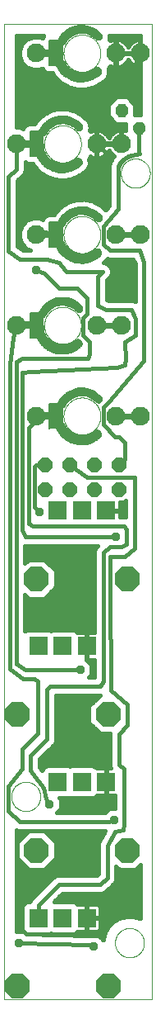
<source format=gtl>
G75*
%MOIN*%
%OFA0B0*%
%FSLAX25Y25*%
%IPPOS*%
%LPD*%
%AMOC8*
5,1,8,0,0,1.08239X$1,22.5*
%
%ADD10C,0.00000*%
%ADD11C,0.01040*%
%ADD12R,0.07400X0.07400*%
%ADD13OC8,0.10000*%
%ADD14C,0.07600*%
%ADD15C,0.00500*%
%ADD16C,0.01200*%
%ADD17OC8,0.06000*%
%ADD18C,0.01600*%
%ADD19R,0.03962X0.03962*%
%ADD20OC8,0.03962*%
%ADD21OC8,0.03569*%
D10*
X0009674Y0017431D02*
X0009674Y0411132D01*
X0069674Y0411132D01*
X0069674Y0017431D01*
X0009674Y0017431D01*
X0012429Y0099321D02*
X0012431Y0099474D01*
X0012437Y0099628D01*
X0012447Y0099781D01*
X0012461Y0099933D01*
X0012479Y0100086D01*
X0012501Y0100237D01*
X0012526Y0100388D01*
X0012556Y0100539D01*
X0012590Y0100689D01*
X0012627Y0100837D01*
X0012668Y0100985D01*
X0012713Y0101131D01*
X0012762Y0101277D01*
X0012815Y0101421D01*
X0012871Y0101563D01*
X0012931Y0101704D01*
X0012995Y0101844D01*
X0013062Y0101982D01*
X0013133Y0102118D01*
X0013208Y0102252D01*
X0013285Y0102384D01*
X0013367Y0102514D01*
X0013451Y0102642D01*
X0013539Y0102768D01*
X0013630Y0102891D01*
X0013724Y0103012D01*
X0013822Y0103130D01*
X0013922Y0103246D01*
X0014026Y0103359D01*
X0014132Y0103470D01*
X0014241Y0103578D01*
X0014353Y0103683D01*
X0014467Y0103784D01*
X0014585Y0103883D01*
X0014704Y0103979D01*
X0014826Y0104072D01*
X0014951Y0104161D01*
X0015078Y0104248D01*
X0015207Y0104330D01*
X0015338Y0104410D01*
X0015471Y0104486D01*
X0015606Y0104559D01*
X0015743Y0104628D01*
X0015882Y0104693D01*
X0016022Y0104755D01*
X0016164Y0104813D01*
X0016307Y0104868D01*
X0016452Y0104919D01*
X0016598Y0104966D01*
X0016745Y0105009D01*
X0016893Y0105048D01*
X0017042Y0105084D01*
X0017192Y0105115D01*
X0017343Y0105143D01*
X0017494Y0105167D01*
X0017647Y0105187D01*
X0017799Y0105203D01*
X0017952Y0105215D01*
X0018105Y0105223D01*
X0018258Y0105227D01*
X0018412Y0105227D01*
X0018565Y0105223D01*
X0018718Y0105215D01*
X0018871Y0105203D01*
X0019023Y0105187D01*
X0019176Y0105167D01*
X0019327Y0105143D01*
X0019478Y0105115D01*
X0019628Y0105084D01*
X0019777Y0105048D01*
X0019925Y0105009D01*
X0020072Y0104966D01*
X0020218Y0104919D01*
X0020363Y0104868D01*
X0020506Y0104813D01*
X0020648Y0104755D01*
X0020788Y0104693D01*
X0020927Y0104628D01*
X0021064Y0104559D01*
X0021199Y0104486D01*
X0021332Y0104410D01*
X0021463Y0104330D01*
X0021592Y0104248D01*
X0021719Y0104161D01*
X0021844Y0104072D01*
X0021966Y0103979D01*
X0022085Y0103883D01*
X0022203Y0103784D01*
X0022317Y0103683D01*
X0022429Y0103578D01*
X0022538Y0103470D01*
X0022644Y0103359D01*
X0022748Y0103246D01*
X0022848Y0103130D01*
X0022946Y0103012D01*
X0023040Y0102891D01*
X0023131Y0102768D01*
X0023219Y0102642D01*
X0023303Y0102514D01*
X0023385Y0102384D01*
X0023462Y0102252D01*
X0023537Y0102118D01*
X0023608Y0101982D01*
X0023675Y0101844D01*
X0023739Y0101704D01*
X0023799Y0101563D01*
X0023855Y0101421D01*
X0023908Y0101277D01*
X0023957Y0101131D01*
X0024002Y0100985D01*
X0024043Y0100837D01*
X0024080Y0100689D01*
X0024114Y0100539D01*
X0024144Y0100388D01*
X0024169Y0100237D01*
X0024191Y0100086D01*
X0024209Y0099933D01*
X0024223Y0099781D01*
X0024233Y0099628D01*
X0024239Y0099474D01*
X0024241Y0099321D01*
X0024239Y0099168D01*
X0024233Y0099014D01*
X0024223Y0098861D01*
X0024209Y0098709D01*
X0024191Y0098556D01*
X0024169Y0098405D01*
X0024144Y0098254D01*
X0024114Y0098103D01*
X0024080Y0097953D01*
X0024043Y0097805D01*
X0024002Y0097657D01*
X0023957Y0097511D01*
X0023908Y0097365D01*
X0023855Y0097221D01*
X0023799Y0097079D01*
X0023739Y0096938D01*
X0023675Y0096798D01*
X0023608Y0096660D01*
X0023537Y0096524D01*
X0023462Y0096390D01*
X0023385Y0096258D01*
X0023303Y0096128D01*
X0023219Y0096000D01*
X0023131Y0095874D01*
X0023040Y0095751D01*
X0022946Y0095630D01*
X0022848Y0095512D01*
X0022748Y0095396D01*
X0022644Y0095283D01*
X0022538Y0095172D01*
X0022429Y0095064D01*
X0022317Y0094959D01*
X0022203Y0094858D01*
X0022085Y0094759D01*
X0021966Y0094663D01*
X0021844Y0094570D01*
X0021719Y0094481D01*
X0021592Y0094394D01*
X0021463Y0094312D01*
X0021332Y0094232D01*
X0021199Y0094156D01*
X0021064Y0094083D01*
X0020927Y0094014D01*
X0020788Y0093949D01*
X0020648Y0093887D01*
X0020506Y0093829D01*
X0020363Y0093774D01*
X0020218Y0093723D01*
X0020072Y0093676D01*
X0019925Y0093633D01*
X0019777Y0093594D01*
X0019628Y0093558D01*
X0019478Y0093527D01*
X0019327Y0093499D01*
X0019176Y0093475D01*
X0019023Y0093455D01*
X0018871Y0093439D01*
X0018718Y0093427D01*
X0018565Y0093419D01*
X0018412Y0093415D01*
X0018258Y0093415D01*
X0018105Y0093419D01*
X0017952Y0093427D01*
X0017799Y0093439D01*
X0017647Y0093455D01*
X0017494Y0093475D01*
X0017343Y0093499D01*
X0017192Y0093527D01*
X0017042Y0093558D01*
X0016893Y0093594D01*
X0016745Y0093633D01*
X0016598Y0093676D01*
X0016452Y0093723D01*
X0016307Y0093774D01*
X0016164Y0093829D01*
X0016022Y0093887D01*
X0015882Y0093949D01*
X0015743Y0094014D01*
X0015606Y0094083D01*
X0015471Y0094156D01*
X0015338Y0094232D01*
X0015207Y0094312D01*
X0015078Y0094394D01*
X0014951Y0094481D01*
X0014826Y0094570D01*
X0014704Y0094663D01*
X0014585Y0094759D01*
X0014467Y0094858D01*
X0014353Y0094959D01*
X0014241Y0095064D01*
X0014132Y0095172D01*
X0014026Y0095283D01*
X0013922Y0095396D01*
X0013822Y0095512D01*
X0013724Y0095630D01*
X0013630Y0095751D01*
X0013539Y0095874D01*
X0013451Y0096000D01*
X0013367Y0096128D01*
X0013285Y0096258D01*
X0013208Y0096390D01*
X0013133Y0096524D01*
X0013062Y0096660D01*
X0012995Y0096798D01*
X0012931Y0096938D01*
X0012871Y0097079D01*
X0012815Y0097221D01*
X0012762Y0097365D01*
X0012713Y0097511D01*
X0012668Y0097657D01*
X0012627Y0097805D01*
X0012590Y0097953D01*
X0012556Y0098103D01*
X0012526Y0098254D01*
X0012501Y0098405D01*
X0012479Y0098556D01*
X0012461Y0098709D01*
X0012447Y0098861D01*
X0012437Y0099014D01*
X0012431Y0099168D01*
X0012429Y0099321D01*
X0033690Y0252864D02*
X0033692Y0253048D01*
X0033699Y0253231D01*
X0033710Y0253414D01*
X0033726Y0253597D01*
X0033746Y0253780D01*
X0033771Y0253962D01*
X0033800Y0254143D01*
X0033834Y0254323D01*
X0033872Y0254503D01*
X0033914Y0254681D01*
X0033961Y0254859D01*
X0034012Y0255035D01*
X0034068Y0255210D01*
X0034127Y0255384D01*
X0034191Y0255556D01*
X0034259Y0255726D01*
X0034332Y0255895D01*
X0034408Y0256062D01*
X0034489Y0256227D01*
X0034573Y0256390D01*
X0034662Y0256551D01*
X0034754Y0256709D01*
X0034850Y0256866D01*
X0034951Y0257020D01*
X0035054Y0257171D01*
X0035162Y0257320D01*
X0035273Y0257466D01*
X0035388Y0257609D01*
X0035506Y0257750D01*
X0035628Y0257887D01*
X0035753Y0258022D01*
X0035881Y0258153D01*
X0036012Y0258281D01*
X0036147Y0258406D01*
X0036284Y0258528D01*
X0036425Y0258646D01*
X0036568Y0258761D01*
X0036714Y0258872D01*
X0036863Y0258980D01*
X0037014Y0259083D01*
X0037168Y0259184D01*
X0037325Y0259280D01*
X0037483Y0259372D01*
X0037644Y0259461D01*
X0037807Y0259545D01*
X0037972Y0259626D01*
X0038139Y0259702D01*
X0038308Y0259775D01*
X0038478Y0259843D01*
X0038650Y0259907D01*
X0038824Y0259966D01*
X0038999Y0260022D01*
X0039175Y0260073D01*
X0039353Y0260120D01*
X0039531Y0260162D01*
X0039711Y0260200D01*
X0039891Y0260234D01*
X0040072Y0260263D01*
X0040254Y0260288D01*
X0040437Y0260308D01*
X0040620Y0260324D01*
X0040803Y0260335D01*
X0040986Y0260342D01*
X0041170Y0260344D01*
X0041354Y0260342D01*
X0041537Y0260335D01*
X0041720Y0260324D01*
X0041903Y0260308D01*
X0042086Y0260288D01*
X0042268Y0260263D01*
X0042449Y0260234D01*
X0042629Y0260200D01*
X0042809Y0260162D01*
X0042987Y0260120D01*
X0043165Y0260073D01*
X0043341Y0260022D01*
X0043516Y0259966D01*
X0043690Y0259907D01*
X0043862Y0259843D01*
X0044032Y0259775D01*
X0044201Y0259702D01*
X0044368Y0259626D01*
X0044533Y0259545D01*
X0044696Y0259461D01*
X0044857Y0259372D01*
X0045015Y0259280D01*
X0045172Y0259184D01*
X0045326Y0259083D01*
X0045477Y0258980D01*
X0045626Y0258872D01*
X0045772Y0258761D01*
X0045915Y0258646D01*
X0046056Y0258528D01*
X0046193Y0258406D01*
X0046328Y0258281D01*
X0046459Y0258153D01*
X0046587Y0258022D01*
X0046712Y0257887D01*
X0046834Y0257750D01*
X0046952Y0257609D01*
X0047067Y0257466D01*
X0047178Y0257320D01*
X0047286Y0257171D01*
X0047389Y0257020D01*
X0047490Y0256866D01*
X0047586Y0256709D01*
X0047678Y0256551D01*
X0047767Y0256390D01*
X0047851Y0256227D01*
X0047932Y0256062D01*
X0048008Y0255895D01*
X0048081Y0255726D01*
X0048149Y0255556D01*
X0048213Y0255384D01*
X0048272Y0255210D01*
X0048328Y0255035D01*
X0048379Y0254859D01*
X0048426Y0254681D01*
X0048468Y0254503D01*
X0048506Y0254323D01*
X0048540Y0254143D01*
X0048569Y0253962D01*
X0048594Y0253780D01*
X0048614Y0253597D01*
X0048630Y0253414D01*
X0048641Y0253231D01*
X0048648Y0253048D01*
X0048650Y0252864D01*
X0048648Y0252680D01*
X0048641Y0252497D01*
X0048630Y0252314D01*
X0048614Y0252131D01*
X0048594Y0251948D01*
X0048569Y0251766D01*
X0048540Y0251585D01*
X0048506Y0251405D01*
X0048468Y0251225D01*
X0048426Y0251047D01*
X0048379Y0250869D01*
X0048328Y0250693D01*
X0048272Y0250518D01*
X0048213Y0250344D01*
X0048149Y0250172D01*
X0048081Y0250002D01*
X0048008Y0249833D01*
X0047932Y0249666D01*
X0047851Y0249501D01*
X0047767Y0249338D01*
X0047678Y0249177D01*
X0047586Y0249019D01*
X0047490Y0248862D01*
X0047389Y0248708D01*
X0047286Y0248557D01*
X0047178Y0248408D01*
X0047067Y0248262D01*
X0046952Y0248119D01*
X0046834Y0247978D01*
X0046712Y0247841D01*
X0046587Y0247706D01*
X0046459Y0247575D01*
X0046328Y0247447D01*
X0046193Y0247322D01*
X0046056Y0247200D01*
X0045915Y0247082D01*
X0045772Y0246967D01*
X0045626Y0246856D01*
X0045477Y0246748D01*
X0045326Y0246645D01*
X0045172Y0246544D01*
X0045015Y0246448D01*
X0044857Y0246356D01*
X0044696Y0246267D01*
X0044533Y0246183D01*
X0044368Y0246102D01*
X0044201Y0246026D01*
X0044032Y0245953D01*
X0043862Y0245885D01*
X0043690Y0245821D01*
X0043516Y0245762D01*
X0043341Y0245706D01*
X0043165Y0245655D01*
X0042987Y0245608D01*
X0042809Y0245566D01*
X0042629Y0245528D01*
X0042449Y0245494D01*
X0042268Y0245465D01*
X0042086Y0245440D01*
X0041903Y0245420D01*
X0041720Y0245404D01*
X0041537Y0245393D01*
X0041354Y0245386D01*
X0041170Y0245384D01*
X0040986Y0245386D01*
X0040803Y0245393D01*
X0040620Y0245404D01*
X0040437Y0245420D01*
X0040254Y0245440D01*
X0040072Y0245465D01*
X0039891Y0245494D01*
X0039711Y0245528D01*
X0039531Y0245566D01*
X0039353Y0245608D01*
X0039175Y0245655D01*
X0038999Y0245706D01*
X0038824Y0245762D01*
X0038650Y0245821D01*
X0038478Y0245885D01*
X0038308Y0245953D01*
X0038139Y0246026D01*
X0037972Y0246102D01*
X0037807Y0246183D01*
X0037644Y0246267D01*
X0037483Y0246356D01*
X0037325Y0246448D01*
X0037168Y0246544D01*
X0037014Y0246645D01*
X0036863Y0246748D01*
X0036714Y0246856D01*
X0036568Y0246967D01*
X0036425Y0247082D01*
X0036284Y0247200D01*
X0036147Y0247322D01*
X0036012Y0247447D01*
X0035881Y0247575D01*
X0035753Y0247706D01*
X0035628Y0247841D01*
X0035506Y0247978D01*
X0035388Y0248119D01*
X0035273Y0248262D01*
X0035162Y0248408D01*
X0035054Y0248557D01*
X0034951Y0248708D01*
X0034850Y0248862D01*
X0034754Y0249019D01*
X0034662Y0249177D01*
X0034573Y0249338D01*
X0034489Y0249501D01*
X0034408Y0249666D01*
X0034332Y0249833D01*
X0034259Y0250002D01*
X0034191Y0250172D01*
X0034127Y0250344D01*
X0034068Y0250518D01*
X0034012Y0250693D01*
X0033961Y0250869D01*
X0033914Y0251047D01*
X0033872Y0251225D01*
X0033834Y0251405D01*
X0033800Y0251585D01*
X0033771Y0251766D01*
X0033746Y0251948D01*
X0033726Y0252131D01*
X0033710Y0252314D01*
X0033699Y0252497D01*
X0033692Y0252680D01*
X0033690Y0252864D01*
X0025816Y0289478D02*
X0025818Y0289662D01*
X0025825Y0289845D01*
X0025836Y0290028D01*
X0025852Y0290211D01*
X0025872Y0290394D01*
X0025897Y0290576D01*
X0025926Y0290757D01*
X0025960Y0290937D01*
X0025998Y0291117D01*
X0026040Y0291295D01*
X0026087Y0291473D01*
X0026138Y0291649D01*
X0026194Y0291824D01*
X0026253Y0291998D01*
X0026317Y0292170D01*
X0026385Y0292340D01*
X0026458Y0292509D01*
X0026534Y0292676D01*
X0026615Y0292841D01*
X0026699Y0293004D01*
X0026788Y0293165D01*
X0026880Y0293323D01*
X0026976Y0293480D01*
X0027077Y0293634D01*
X0027180Y0293785D01*
X0027288Y0293934D01*
X0027399Y0294080D01*
X0027514Y0294223D01*
X0027632Y0294364D01*
X0027754Y0294501D01*
X0027879Y0294636D01*
X0028007Y0294767D01*
X0028138Y0294895D01*
X0028273Y0295020D01*
X0028410Y0295142D01*
X0028551Y0295260D01*
X0028694Y0295375D01*
X0028840Y0295486D01*
X0028989Y0295594D01*
X0029140Y0295697D01*
X0029294Y0295798D01*
X0029451Y0295894D01*
X0029609Y0295986D01*
X0029770Y0296075D01*
X0029933Y0296159D01*
X0030098Y0296240D01*
X0030265Y0296316D01*
X0030434Y0296389D01*
X0030604Y0296457D01*
X0030776Y0296521D01*
X0030950Y0296580D01*
X0031125Y0296636D01*
X0031301Y0296687D01*
X0031479Y0296734D01*
X0031657Y0296776D01*
X0031837Y0296814D01*
X0032017Y0296848D01*
X0032198Y0296877D01*
X0032380Y0296902D01*
X0032563Y0296922D01*
X0032746Y0296938D01*
X0032929Y0296949D01*
X0033112Y0296956D01*
X0033296Y0296958D01*
X0033480Y0296956D01*
X0033663Y0296949D01*
X0033846Y0296938D01*
X0034029Y0296922D01*
X0034212Y0296902D01*
X0034394Y0296877D01*
X0034575Y0296848D01*
X0034755Y0296814D01*
X0034935Y0296776D01*
X0035113Y0296734D01*
X0035291Y0296687D01*
X0035467Y0296636D01*
X0035642Y0296580D01*
X0035816Y0296521D01*
X0035988Y0296457D01*
X0036158Y0296389D01*
X0036327Y0296316D01*
X0036494Y0296240D01*
X0036659Y0296159D01*
X0036822Y0296075D01*
X0036983Y0295986D01*
X0037141Y0295894D01*
X0037298Y0295798D01*
X0037452Y0295697D01*
X0037603Y0295594D01*
X0037752Y0295486D01*
X0037898Y0295375D01*
X0038041Y0295260D01*
X0038182Y0295142D01*
X0038319Y0295020D01*
X0038454Y0294895D01*
X0038585Y0294767D01*
X0038713Y0294636D01*
X0038838Y0294501D01*
X0038960Y0294364D01*
X0039078Y0294223D01*
X0039193Y0294080D01*
X0039304Y0293934D01*
X0039412Y0293785D01*
X0039515Y0293634D01*
X0039616Y0293480D01*
X0039712Y0293323D01*
X0039804Y0293165D01*
X0039893Y0293004D01*
X0039977Y0292841D01*
X0040058Y0292676D01*
X0040134Y0292509D01*
X0040207Y0292340D01*
X0040275Y0292170D01*
X0040339Y0291998D01*
X0040398Y0291824D01*
X0040454Y0291649D01*
X0040505Y0291473D01*
X0040552Y0291295D01*
X0040594Y0291117D01*
X0040632Y0290937D01*
X0040666Y0290757D01*
X0040695Y0290576D01*
X0040720Y0290394D01*
X0040740Y0290211D01*
X0040756Y0290028D01*
X0040767Y0289845D01*
X0040774Y0289662D01*
X0040776Y0289478D01*
X0040774Y0289294D01*
X0040767Y0289111D01*
X0040756Y0288928D01*
X0040740Y0288745D01*
X0040720Y0288562D01*
X0040695Y0288380D01*
X0040666Y0288199D01*
X0040632Y0288019D01*
X0040594Y0287839D01*
X0040552Y0287661D01*
X0040505Y0287483D01*
X0040454Y0287307D01*
X0040398Y0287132D01*
X0040339Y0286958D01*
X0040275Y0286786D01*
X0040207Y0286616D01*
X0040134Y0286447D01*
X0040058Y0286280D01*
X0039977Y0286115D01*
X0039893Y0285952D01*
X0039804Y0285791D01*
X0039712Y0285633D01*
X0039616Y0285476D01*
X0039515Y0285322D01*
X0039412Y0285171D01*
X0039304Y0285022D01*
X0039193Y0284876D01*
X0039078Y0284733D01*
X0038960Y0284592D01*
X0038838Y0284455D01*
X0038713Y0284320D01*
X0038585Y0284189D01*
X0038454Y0284061D01*
X0038319Y0283936D01*
X0038182Y0283814D01*
X0038041Y0283696D01*
X0037898Y0283581D01*
X0037752Y0283470D01*
X0037603Y0283362D01*
X0037452Y0283259D01*
X0037298Y0283158D01*
X0037141Y0283062D01*
X0036983Y0282970D01*
X0036822Y0282881D01*
X0036659Y0282797D01*
X0036494Y0282716D01*
X0036327Y0282640D01*
X0036158Y0282567D01*
X0035988Y0282499D01*
X0035816Y0282435D01*
X0035642Y0282376D01*
X0035467Y0282320D01*
X0035291Y0282269D01*
X0035113Y0282222D01*
X0034935Y0282180D01*
X0034755Y0282142D01*
X0034575Y0282108D01*
X0034394Y0282079D01*
X0034212Y0282054D01*
X0034029Y0282034D01*
X0033846Y0282018D01*
X0033663Y0282007D01*
X0033480Y0282000D01*
X0033296Y0281998D01*
X0033112Y0282000D01*
X0032929Y0282007D01*
X0032746Y0282018D01*
X0032563Y0282034D01*
X0032380Y0282054D01*
X0032198Y0282079D01*
X0032017Y0282108D01*
X0031837Y0282142D01*
X0031657Y0282180D01*
X0031479Y0282222D01*
X0031301Y0282269D01*
X0031125Y0282320D01*
X0030950Y0282376D01*
X0030776Y0282435D01*
X0030604Y0282499D01*
X0030434Y0282567D01*
X0030265Y0282640D01*
X0030098Y0282716D01*
X0029933Y0282797D01*
X0029770Y0282881D01*
X0029609Y0282970D01*
X0029451Y0283062D01*
X0029294Y0283158D01*
X0029140Y0283259D01*
X0028989Y0283362D01*
X0028840Y0283470D01*
X0028694Y0283581D01*
X0028551Y0283696D01*
X0028410Y0283814D01*
X0028273Y0283936D01*
X0028138Y0284061D01*
X0028007Y0284189D01*
X0027879Y0284320D01*
X0027754Y0284455D01*
X0027632Y0284592D01*
X0027514Y0284733D01*
X0027399Y0284876D01*
X0027288Y0285022D01*
X0027180Y0285171D01*
X0027077Y0285322D01*
X0026976Y0285476D01*
X0026880Y0285633D01*
X0026788Y0285791D01*
X0026699Y0285952D01*
X0026615Y0286115D01*
X0026534Y0286280D01*
X0026458Y0286447D01*
X0026385Y0286616D01*
X0026317Y0286786D01*
X0026253Y0286958D01*
X0026194Y0287132D01*
X0026138Y0287307D01*
X0026087Y0287483D01*
X0026040Y0287661D01*
X0025998Y0287839D01*
X0025960Y0288019D01*
X0025926Y0288199D01*
X0025897Y0288380D01*
X0025872Y0288562D01*
X0025852Y0288745D01*
X0025836Y0288928D01*
X0025825Y0289111D01*
X0025818Y0289294D01*
X0025816Y0289478D01*
X0025816Y0362707D02*
X0025818Y0362891D01*
X0025825Y0363074D01*
X0025836Y0363257D01*
X0025852Y0363440D01*
X0025872Y0363623D01*
X0025897Y0363805D01*
X0025926Y0363986D01*
X0025960Y0364166D01*
X0025998Y0364346D01*
X0026040Y0364524D01*
X0026087Y0364702D01*
X0026138Y0364878D01*
X0026194Y0365053D01*
X0026253Y0365227D01*
X0026317Y0365399D01*
X0026385Y0365569D01*
X0026458Y0365738D01*
X0026534Y0365905D01*
X0026615Y0366070D01*
X0026699Y0366233D01*
X0026788Y0366394D01*
X0026880Y0366552D01*
X0026976Y0366709D01*
X0027077Y0366863D01*
X0027180Y0367014D01*
X0027288Y0367163D01*
X0027399Y0367309D01*
X0027514Y0367452D01*
X0027632Y0367593D01*
X0027754Y0367730D01*
X0027879Y0367865D01*
X0028007Y0367996D01*
X0028138Y0368124D01*
X0028273Y0368249D01*
X0028410Y0368371D01*
X0028551Y0368489D01*
X0028694Y0368604D01*
X0028840Y0368715D01*
X0028989Y0368823D01*
X0029140Y0368926D01*
X0029294Y0369027D01*
X0029451Y0369123D01*
X0029609Y0369215D01*
X0029770Y0369304D01*
X0029933Y0369388D01*
X0030098Y0369469D01*
X0030265Y0369545D01*
X0030434Y0369618D01*
X0030604Y0369686D01*
X0030776Y0369750D01*
X0030950Y0369809D01*
X0031125Y0369865D01*
X0031301Y0369916D01*
X0031479Y0369963D01*
X0031657Y0370005D01*
X0031837Y0370043D01*
X0032017Y0370077D01*
X0032198Y0370106D01*
X0032380Y0370131D01*
X0032563Y0370151D01*
X0032746Y0370167D01*
X0032929Y0370178D01*
X0033112Y0370185D01*
X0033296Y0370187D01*
X0033480Y0370185D01*
X0033663Y0370178D01*
X0033846Y0370167D01*
X0034029Y0370151D01*
X0034212Y0370131D01*
X0034394Y0370106D01*
X0034575Y0370077D01*
X0034755Y0370043D01*
X0034935Y0370005D01*
X0035113Y0369963D01*
X0035291Y0369916D01*
X0035467Y0369865D01*
X0035642Y0369809D01*
X0035816Y0369750D01*
X0035988Y0369686D01*
X0036158Y0369618D01*
X0036327Y0369545D01*
X0036494Y0369469D01*
X0036659Y0369388D01*
X0036822Y0369304D01*
X0036983Y0369215D01*
X0037141Y0369123D01*
X0037298Y0369027D01*
X0037452Y0368926D01*
X0037603Y0368823D01*
X0037752Y0368715D01*
X0037898Y0368604D01*
X0038041Y0368489D01*
X0038182Y0368371D01*
X0038319Y0368249D01*
X0038454Y0368124D01*
X0038585Y0367996D01*
X0038713Y0367865D01*
X0038838Y0367730D01*
X0038960Y0367593D01*
X0039078Y0367452D01*
X0039193Y0367309D01*
X0039304Y0367163D01*
X0039412Y0367014D01*
X0039515Y0366863D01*
X0039616Y0366709D01*
X0039712Y0366552D01*
X0039804Y0366394D01*
X0039893Y0366233D01*
X0039977Y0366070D01*
X0040058Y0365905D01*
X0040134Y0365738D01*
X0040207Y0365569D01*
X0040275Y0365399D01*
X0040339Y0365227D01*
X0040398Y0365053D01*
X0040454Y0364878D01*
X0040505Y0364702D01*
X0040552Y0364524D01*
X0040594Y0364346D01*
X0040632Y0364166D01*
X0040666Y0363986D01*
X0040695Y0363805D01*
X0040720Y0363623D01*
X0040740Y0363440D01*
X0040756Y0363257D01*
X0040767Y0363074D01*
X0040774Y0362891D01*
X0040776Y0362707D01*
X0040774Y0362523D01*
X0040767Y0362340D01*
X0040756Y0362157D01*
X0040740Y0361974D01*
X0040720Y0361791D01*
X0040695Y0361609D01*
X0040666Y0361428D01*
X0040632Y0361248D01*
X0040594Y0361068D01*
X0040552Y0360890D01*
X0040505Y0360712D01*
X0040454Y0360536D01*
X0040398Y0360361D01*
X0040339Y0360187D01*
X0040275Y0360015D01*
X0040207Y0359845D01*
X0040134Y0359676D01*
X0040058Y0359509D01*
X0039977Y0359344D01*
X0039893Y0359181D01*
X0039804Y0359020D01*
X0039712Y0358862D01*
X0039616Y0358705D01*
X0039515Y0358551D01*
X0039412Y0358400D01*
X0039304Y0358251D01*
X0039193Y0358105D01*
X0039078Y0357962D01*
X0038960Y0357821D01*
X0038838Y0357684D01*
X0038713Y0357549D01*
X0038585Y0357418D01*
X0038454Y0357290D01*
X0038319Y0357165D01*
X0038182Y0357043D01*
X0038041Y0356925D01*
X0037898Y0356810D01*
X0037752Y0356699D01*
X0037603Y0356591D01*
X0037452Y0356488D01*
X0037298Y0356387D01*
X0037141Y0356291D01*
X0036983Y0356199D01*
X0036822Y0356110D01*
X0036659Y0356026D01*
X0036494Y0355945D01*
X0036327Y0355869D01*
X0036158Y0355796D01*
X0035988Y0355728D01*
X0035816Y0355664D01*
X0035642Y0355605D01*
X0035467Y0355549D01*
X0035291Y0355498D01*
X0035113Y0355451D01*
X0034935Y0355409D01*
X0034755Y0355371D01*
X0034575Y0355337D01*
X0034394Y0355308D01*
X0034212Y0355283D01*
X0034029Y0355263D01*
X0033846Y0355247D01*
X0033663Y0355236D01*
X0033480Y0355229D01*
X0033296Y0355227D01*
X0033112Y0355229D01*
X0032929Y0355236D01*
X0032746Y0355247D01*
X0032563Y0355263D01*
X0032380Y0355283D01*
X0032198Y0355308D01*
X0032017Y0355337D01*
X0031837Y0355371D01*
X0031657Y0355409D01*
X0031479Y0355451D01*
X0031301Y0355498D01*
X0031125Y0355549D01*
X0030950Y0355605D01*
X0030776Y0355664D01*
X0030604Y0355728D01*
X0030434Y0355796D01*
X0030265Y0355869D01*
X0030098Y0355945D01*
X0029933Y0356026D01*
X0029770Y0356110D01*
X0029609Y0356199D01*
X0029451Y0356291D01*
X0029294Y0356387D01*
X0029140Y0356488D01*
X0028989Y0356591D01*
X0028840Y0356699D01*
X0028694Y0356810D01*
X0028551Y0356925D01*
X0028410Y0357043D01*
X0028273Y0357165D01*
X0028138Y0357290D01*
X0028007Y0357418D01*
X0027879Y0357549D01*
X0027754Y0357684D01*
X0027632Y0357821D01*
X0027514Y0357962D01*
X0027399Y0358105D01*
X0027288Y0358251D01*
X0027180Y0358400D01*
X0027077Y0358551D01*
X0026976Y0358705D01*
X0026880Y0358862D01*
X0026788Y0359020D01*
X0026699Y0359181D01*
X0026615Y0359344D01*
X0026534Y0359509D01*
X0026458Y0359676D01*
X0026385Y0359845D01*
X0026317Y0360015D01*
X0026253Y0360187D01*
X0026194Y0360361D01*
X0026138Y0360536D01*
X0026087Y0360712D01*
X0026040Y0360890D01*
X0025998Y0361068D01*
X0025960Y0361248D01*
X0025926Y0361428D01*
X0025897Y0361609D01*
X0025872Y0361791D01*
X0025852Y0361974D01*
X0025836Y0362157D01*
X0025825Y0362340D01*
X0025818Y0362523D01*
X0025816Y0362707D01*
X0033690Y0399321D02*
X0033692Y0399505D01*
X0033699Y0399688D01*
X0033710Y0399871D01*
X0033726Y0400054D01*
X0033746Y0400237D01*
X0033771Y0400419D01*
X0033800Y0400600D01*
X0033834Y0400780D01*
X0033872Y0400960D01*
X0033914Y0401138D01*
X0033961Y0401316D01*
X0034012Y0401492D01*
X0034068Y0401667D01*
X0034127Y0401841D01*
X0034191Y0402013D01*
X0034259Y0402183D01*
X0034332Y0402352D01*
X0034408Y0402519D01*
X0034489Y0402684D01*
X0034573Y0402847D01*
X0034662Y0403008D01*
X0034754Y0403166D01*
X0034850Y0403323D01*
X0034951Y0403477D01*
X0035054Y0403628D01*
X0035162Y0403777D01*
X0035273Y0403923D01*
X0035388Y0404066D01*
X0035506Y0404207D01*
X0035628Y0404344D01*
X0035753Y0404479D01*
X0035881Y0404610D01*
X0036012Y0404738D01*
X0036147Y0404863D01*
X0036284Y0404985D01*
X0036425Y0405103D01*
X0036568Y0405218D01*
X0036714Y0405329D01*
X0036863Y0405437D01*
X0037014Y0405540D01*
X0037168Y0405641D01*
X0037325Y0405737D01*
X0037483Y0405829D01*
X0037644Y0405918D01*
X0037807Y0406002D01*
X0037972Y0406083D01*
X0038139Y0406159D01*
X0038308Y0406232D01*
X0038478Y0406300D01*
X0038650Y0406364D01*
X0038824Y0406423D01*
X0038999Y0406479D01*
X0039175Y0406530D01*
X0039353Y0406577D01*
X0039531Y0406619D01*
X0039711Y0406657D01*
X0039891Y0406691D01*
X0040072Y0406720D01*
X0040254Y0406745D01*
X0040437Y0406765D01*
X0040620Y0406781D01*
X0040803Y0406792D01*
X0040986Y0406799D01*
X0041170Y0406801D01*
X0041354Y0406799D01*
X0041537Y0406792D01*
X0041720Y0406781D01*
X0041903Y0406765D01*
X0042086Y0406745D01*
X0042268Y0406720D01*
X0042449Y0406691D01*
X0042629Y0406657D01*
X0042809Y0406619D01*
X0042987Y0406577D01*
X0043165Y0406530D01*
X0043341Y0406479D01*
X0043516Y0406423D01*
X0043690Y0406364D01*
X0043862Y0406300D01*
X0044032Y0406232D01*
X0044201Y0406159D01*
X0044368Y0406083D01*
X0044533Y0406002D01*
X0044696Y0405918D01*
X0044857Y0405829D01*
X0045015Y0405737D01*
X0045172Y0405641D01*
X0045326Y0405540D01*
X0045477Y0405437D01*
X0045626Y0405329D01*
X0045772Y0405218D01*
X0045915Y0405103D01*
X0046056Y0404985D01*
X0046193Y0404863D01*
X0046328Y0404738D01*
X0046459Y0404610D01*
X0046587Y0404479D01*
X0046712Y0404344D01*
X0046834Y0404207D01*
X0046952Y0404066D01*
X0047067Y0403923D01*
X0047178Y0403777D01*
X0047286Y0403628D01*
X0047389Y0403477D01*
X0047490Y0403323D01*
X0047586Y0403166D01*
X0047678Y0403008D01*
X0047767Y0402847D01*
X0047851Y0402684D01*
X0047932Y0402519D01*
X0048008Y0402352D01*
X0048081Y0402183D01*
X0048149Y0402013D01*
X0048213Y0401841D01*
X0048272Y0401667D01*
X0048328Y0401492D01*
X0048379Y0401316D01*
X0048426Y0401138D01*
X0048468Y0400960D01*
X0048506Y0400780D01*
X0048540Y0400600D01*
X0048569Y0400419D01*
X0048594Y0400237D01*
X0048614Y0400054D01*
X0048630Y0399871D01*
X0048641Y0399688D01*
X0048648Y0399505D01*
X0048650Y0399321D01*
X0048648Y0399137D01*
X0048641Y0398954D01*
X0048630Y0398771D01*
X0048614Y0398588D01*
X0048594Y0398405D01*
X0048569Y0398223D01*
X0048540Y0398042D01*
X0048506Y0397862D01*
X0048468Y0397682D01*
X0048426Y0397504D01*
X0048379Y0397326D01*
X0048328Y0397150D01*
X0048272Y0396975D01*
X0048213Y0396801D01*
X0048149Y0396629D01*
X0048081Y0396459D01*
X0048008Y0396290D01*
X0047932Y0396123D01*
X0047851Y0395958D01*
X0047767Y0395795D01*
X0047678Y0395634D01*
X0047586Y0395476D01*
X0047490Y0395319D01*
X0047389Y0395165D01*
X0047286Y0395014D01*
X0047178Y0394865D01*
X0047067Y0394719D01*
X0046952Y0394576D01*
X0046834Y0394435D01*
X0046712Y0394298D01*
X0046587Y0394163D01*
X0046459Y0394032D01*
X0046328Y0393904D01*
X0046193Y0393779D01*
X0046056Y0393657D01*
X0045915Y0393539D01*
X0045772Y0393424D01*
X0045626Y0393313D01*
X0045477Y0393205D01*
X0045326Y0393102D01*
X0045172Y0393001D01*
X0045015Y0392905D01*
X0044857Y0392813D01*
X0044696Y0392724D01*
X0044533Y0392640D01*
X0044368Y0392559D01*
X0044201Y0392483D01*
X0044032Y0392410D01*
X0043862Y0392342D01*
X0043690Y0392278D01*
X0043516Y0392219D01*
X0043341Y0392163D01*
X0043165Y0392112D01*
X0042987Y0392065D01*
X0042809Y0392023D01*
X0042629Y0391985D01*
X0042449Y0391951D01*
X0042268Y0391922D01*
X0042086Y0391897D01*
X0041903Y0391877D01*
X0041720Y0391861D01*
X0041537Y0391850D01*
X0041354Y0391843D01*
X0041170Y0391841D01*
X0040986Y0391843D01*
X0040803Y0391850D01*
X0040620Y0391861D01*
X0040437Y0391877D01*
X0040254Y0391897D01*
X0040072Y0391922D01*
X0039891Y0391951D01*
X0039711Y0391985D01*
X0039531Y0392023D01*
X0039353Y0392065D01*
X0039175Y0392112D01*
X0038999Y0392163D01*
X0038824Y0392219D01*
X0038650Y0392278D01*
X0038478Y0392342D01*
X0038308Y0392410D01*
X0038139Y0392483D01*
X0037972Y0392559D01*
X0037807Y0392640D01*
X0037644Y0392724D01*
X0037483Y0392813D01*
X0037325Y0392905D01*
X0037168Y0393001D01*
X0037014Y0393102D01*
X0036863Y0393205D01*
X0036714Y0393313D01*
X0036568Y0393424D01*
X0036425Y0393539D01*
X0036284Y0393657D01*
X0036147Y0393779D01*
X0036012Y0393904D01*
X0035881Y0394032D01*
X0035753Y0394163D01*
X0035628Y0394298D01*
X0035506Y0394435D01*
X0035388Y0394576D01*
X0035273Y0394719D01*
X0035162Y0394865D01*
X0035054Y0395014D01*
X0034951Y0395165D01*
X0034850Y0395319D01*
X0034754Y0395476D01*
X0034662Y0395634D01*
X0034573Y0395795D01*
X0034489Y0395958D01*
X0034408Y0396123D01*
X0034332Y0396290D01*
X0034259Y0396459D01*
X0034191Y0396629D01*
X0034127Y0396801D01*
X0034068Y0396975D01*
X0034012Y0397150D01*
X0033961Y0397326D01*
X0033914Y0397504D01*
X0033872Y0397682D01*
X0033834Y0397862D01*
X0033800Y0398042D01*
X0033771Y0398223D01*
X0033746Y0398405D01*
X0033726Y0398588D01*
X0033710Y0398771D01*
X0033699Y0398954D01*
X0033692Y0399137D01*
X0033690Y0399321D01*
X0033690Y0326093D02*
X0033692Y0326277D01*
X0033699Y0326460D01*
X0033710Y0326643D01*
X0033726Y0326826D01*
X0033746Y0327009D01*
X0033771Y0327191D01*
X0033800Y0327372D01*
X0033834Y0327552D01*
X0033872Y0327732D01*
X0033914Y0327910D01*
X0033961Y0328088D01*
X0034012Y0328264D01*
X0034068Y0328439D01*
X0034127Y0328613D01*
X0034191Y0328785D01*
X0034259Y0328955D01*
X0034332Y0329124D01*
X0034408Y0329291D01*
X0034489Y0329456D01*
X0034573Y0329619D01*
X0034662Y0329780D01*
X0034754Y0329938D01*
X0034850Y0330095D01*
X0034951Y0330249D01*
X0035054Y0330400D01*
X0035162Y0330549D01*
X0035273Y0330695D01*
X0035388Y0330838D01*
X0035506Y0330979D01*
X0035628Y0331116D01*
X0035753Y0331251D01*
X0035881Y0331382D01*
X0036012Y0331510D01*
X0036147Y0331635D01*
X0036284Y0331757D01*
X0036425Y0331875D01*
X0036568Y0331990D01*
X0036714Y0332101D01*
X0036863Y0332209D01*
X0037014Y0332312D01*
X0037168Y0332413D01*
X0037325Y0332509D01*
X0037483Y0332601D01*
X0037644Y0332690D01*
X0037807Y0332774D01*
X0037972Y0332855D01*
X0038139Y0332931D01*
X0038308Y0333004D01*
X0038478Y0333072D01*
X0038650Y0333136D01*
X0038824Y0333195D01*
X0038999Y0333251D01*
X0039175Y0333302D01*
X0039353Y0333349D01*
X0039531Y0333391D01*
X0039711Y0333429D01*
X0039891Y0333463D01*
X0040072Y0333492D01*
X0040254Y0333517D01*
X0040437Y0333537D01*
X0040620Y0333553D01*
X0040803Y0333564D01*
X0040986Y0333571D01*
X0041170Y0333573D01*
X0041354Y0333571D01*
X0041537Y0333564D01*
X0041720Y0333553D01*
X0041903Y0333537D01*
X0042086Y0333517D01*
X0042268Y0333492D01*
X0042449Y0333463D01*
X0042629Y0333429D01*
X0042809Y0333391D01*
X0042987Y0333349D01*
X0043165Y0333302D01*
X0043341Y0333251D01*
X0043516Y0333195D01*
X0043690Y0333136D01*
X0043862Y0333072D01*
X0044032Y0333004D01*
X0044201Y0332931D01*
X0044368Y0332855D01*
X0044533Y0332774D01*
X0044696Y0332690D01*
X0044857Y0332601D01*
X0045015Y0332509D01*
X0045172Y0332413D01*
X0045326Y0332312D01*
X0045477Y0332209D01*
X0045626Y0332101D01*
X0045772Y0331990D01*
X0045915Y0331875D01*
X0046056Y0331757D01*
X0046193Y0331635D01*
X0046328Y0331510D01*
X0046459Y0331382D01*
X0046587Y0331251D01*
X0046712Y0331116D01*
X0046834Y0330979D01*
X0046952Y0330838D01*
X0047067Y0330695D01*
X0047178Y0330549D01*
X0047286Y0330400D01*
X0047389Y0330249D01*
X0047490Y0330095D01*
X0047586Y0329938D01*
X0047678Y0329780D01*
X0047767Y0329619D01*
X0047851Y0329456D01*
X0047932Y0329291D01*
X0048008Y0329124D01*
X0048081Y0328955D01*
X0048149Y0328785D01*
X0048213Y0328613D01*
X0048272Y0328439D01*
X0048328Y0328264D01*
X0048379Y0328088D01*
X0048426Y0327910D01*
X0048468Y0327732D01*
X0048506Y0327552D01*
X0048540Y0327372D01*
X0048569Y0327191D01*
X0048594Y0327009D01*
X0048614Y0326826D01*
X0048630Y0326643D01*
X0048641Y0326460D01*
X0048648Y0326277D01*
X0048650Y0326093D01*
X0048648Y0325909D01*
X0048641Y0325726D01*
X0048630Y0325543D01*
X0048614Y0325360D01*
X0048594Y0325177D01*
X0048569Y0324995D01*
X0048540Y0324814D01*
X0048506Y0324634D01*
X0048468Y0324454D01*
X0048426Y0324276D01*
X0048379Y0324098D01*
X0048328Y0323922D01*
X0048272Y0323747D01*
X0048213Y0323573D01*
X0048149Y0323401D01*
X0048081Y0323231D01*
X0048008Y0323062D01*
X0047932Y0322895D01*
X0047851Y0322730D01*
X0047767Y0322567D01*
X0047678Y0322406D01*
X0047586Y0322248D01*
X0047490Y0322091D01*
X0047389Y0321937D01*
X0047286Y0321786D01*
X0047178Y0321637D01*
X0047067Y0321491D01*
X0046952Y0321348D01*
X0046834Y0321207D01*
X0046712Y0321070D01*
X0046587Y0320935D01*
X0046459Y0320804D01*
X0046328Y0320676D01*
X0046193Y0320551D01*
X0046056Y0320429D01*
X0045915Y0320311D01*
X0045772Y0320196D01*
X0045626Y0320085D01*
X0045477Y0319977D01*
X0045326Y0319874D01*
X0045172Y0319773D01*
X0045015Y0319677D01*
X0044857Y0319585D01*
X0044696Y0319496D01*
X0044533Y0319412D01*
X0044368Y0319331D01*
X0044201Y0319255D01*
X0044032Y0319182D01*
X0043862Y0319114D01*
X0043690Y0319050D01*
X0043516Y0318991D01*
X0043341Y0318935D01*
X0043165Y0318884D01*
X0042987Y0318837D01*
X0042809Y0318795D01*
X0042629Y0318757D01*
X0042449Y0318723D01*
X0042268Y0318694D01*
X0042086Y0318669D01*
X0041903Y0318649D01*
X0041720Y0318633D01*
X0041537Y0318622D01*
X0041354Y0318615D01*
X0041170Y0318613D01*
X0040986Y0318615D01*
X0040803Y0318622D01*
X0040620Y0318633D01*
X0040437Y0318649D01*
X0040254Y0318669D01*
X0040072Y0318694D01*
X0039891Y0318723D01*
X0039711Y0318757D01*
X0039531Y0318795D01*
X0039353Y0318837D01*
X0039175Y0318884D01*
X0038999Y0318935D01*
X0038824Y0318991D01*
X0038650Y0319050D01*
X0038478Y0319114D01*
X0038308Y0319182D01*
X0038139Y0319255D01*
X0037972Y0319331D01*
X0037807Y0319412D01*
X0037644Y0319496D01*
X0037483Y0319585D01*
X0037325Y0319677D01*
X0037168Y0319773D01*
X0037014Y0319874D01*
X0036863Y0319977D01*
X0036714Y0320085D01*
X0036568Y0320196D01*
X0036425Y0320311D01*
X0036284Y0320429D01*
X0036147Y0320551D01*
X0036012Y0320676D01*
X0035881Y0320804D01*
X0035753Y0320935D01*
X0035628Y0321070D01*
X0035506Y0321207D01*
X0035388Y0321348D01*
X0035273Y0321491D01*
X0035162Y0321637D01*
X0035054Y0321786D01*
X0034951Y0321937D01*
X0034850Y0322091D01*
X0034754Y0322248D01*
X0034662Y0322406D01*
X0034573Y0322567D01*
X0034489Y0322730D01*
X0034408Y0322895D01*
X0034332Y0323062D01*
X0034259Y0323231D01*
X0034191Y0323401D01*
X0034127Y0323573D01*
X0034068Y0323747D01*
X0034012Y0323922D01*
X0033961Y0324098D01*
X0033914Y0324276D01*
X0033872Y0324454D01*
X0033834Y0324634D01*
X0033800Y0324814D01*
X0033771Y0324995D01*
X0033746Y0325177D01*
X0033726Y0325360D01*
X0033710Y0325543D01*
X0033699Y0325726D01*
X0033692Y0325909D01*
X0033690Y0326093D01*
X0056918Y0350896D02*
X0056920Y0351049D01*
X0056926Y0351203D01*
X0056936Y0351356D01*
X0056950Y0351508D01*
X0056968Y0351661D01*
X0056990Y0351812D01*
X0057015Y0351963D01*
X0057045Y0352114D01*
X0057079Y0352264D01*
X0057116Y0352412D01*
X0057157Y0352560D01*
X0057202Y0352706D01*
X0057251Y0352852D01*
X0057304Y0352996D01*
X0057360Y0353138D01*
X0057420Y0353279D01*
X0057484Y0353419D01*
X0057551Y0353557D01*
X0057622Y0353693D01*
X0057697Y0353827D01*
X0057774Y0353959D01*
X0057856Y0354089D01*
X0057940Y0354217D01*
X0058028Y0354343D01*
X0058119Y0354466D01*
X0058213Y0354587D01*
X0058311Y0354705D01*
X0058411Y0354821D01*
X0058515Y0354934D01*
X0058621Y0355045D01*
X0058730Y0355153D01*
X0058842Y0355258D01*
X0058956Y0355359D01*
X0059074Y0355458D01*
X0059193Y0355554D01*
X0059315Y0355647D01*
X0059440Y0355736D01*
X0059567Y0355823D01*
X0059696Y0355905D01*
X0059827Y0355985D01*
X0059960Y0356061D01*
X0060095Y0356134D01*
X0060232Y0356203D01*
X0060371Y0356268D01*
X0060511Y0356330D01*
X0060653Y0356388D01*
X0060796Y0356443D01*
X0060941Y0356494D01*
X0061087Y0356541D01*
X0061234Y0356584D01*
X0061382Y0356623D01*
X0061531Y0356659D01*
X0061681Y0356690D01*
X0061832Y0356718D01*
X0061983Y0356742D01*
X0062136Y0356762D01*
X0062288Y0356778D01*
X0062441Y0356790D01*
X0062594Y0356798D01*
X0062747Y0356802D01*
X0062901Y0356802D01*
X0063054Y0356798D01*
X0063207Y0356790D01*
X0063360Y0356778D01*
X0063512Y0356762D01*
X0063665Y0356742D01*
X0063816Y0356718D01*
X0063967Y0356690D01*
X0064117Y0356659D01*
X0064266Y0356623D01*
X0064414Y0356584D01*
X0064561Y0356541D01*
X0064707Y0356494D01*
X0064852Y0356443D01*
X0064995Y0356388D01*
X0065137Y0356330D01*
X0065277Y0356268D01*
X0065416Y0356203D01*
X0065553Y0356134D01*
X0065688Y0356061D01*
X0065821Y0355985D01*
X0065952Y0355905D01*
X0066081Y0355823D01*
X0066208Y0355736D01*
X0066333Y0355647D01*
X0066455Y0355554D01*
X0066574Y0355458D01*
X0066692Y0355359D01*
X0066806Y0355258D01*
X0066918Y0355153D01*
X0067027Y0355045D01*
X0067133Y0354934D01*
X0067237Y0354821D01*
X0067337Y0354705D01*
X0067435Y0354587D01*
X0067529Y0354466D01*
X0067620Y0354343D01*
X0067708Y0354217D01*
X0067792Y0354089D01*
X0067874Y0353959D01*
X0067951Y0353827D01*
X0068026Y0353693D01*
X0068097Y0353557D01*
X0068164Y0353419D01*
X0068228Y0353279D01*
X0068288Y0353138D01*
X0068344Y0352996D01*
X0068397Y0352852D01*
X0068446Y0352706D01*
X0068491Y0352560D01*
X0068532Y0352412D01*
X0068569Y0352264D01*
X0068603Y0352114D01*
X0068633Y0351963D01*
X0068658Y0351812D01*
X0068680Y0351661D01*
X0068698Y0351508D01*
X0068712Y0351356D01*
X0068722Y0351203D01*
X0068728Y0351049D01*
X0068730Y0350896D01*
X0068728Y0350743D01*
X0068722Y0350589D01*
X0068712Y0350436D01*
X0068698Y0350284D01*
X0068680Y0350131D01*
X0068658Y0349980D01*
X0068633Y0349829D01*
X0068603Y0349678D01*
X0068569Y0349528D01*
X0068532Y0349380D01*
X0068491Y0349232D01*
X0068446Y0349086D01*
X0068397Y0348940D01*
X0068344Y0348796D01*
X0068288Y0348654D01*
X0068228Y0348513D01*
X0068164Y0348373D01*
X0068097Y0348235D01*
X0068026Y0348099D01*
X0067951Y0347965D01*
X0067874Y0347833D01*
X0067792Y0347703D01*
X0067708Y0347575D01*
X0067620Y0347449D01*
X0067529Y0347326D01*
X0067435Y0347205D01*
X0067337Y0347087D01*
X0067237Y0346971D01*
X0067133Y0346858D01*
X0067027Y0346747D01*
X0066918Y0346639D01*
X0066806Y0346534D01*
X0066692Y0346433D01*
X0066574Y0346334D01*
X0066455Y0346238D01*
X0066333Y0346145D01*
X0066208Y0346056D01*
X0066081Y0345969D01*
X0065952Y0345887D01*
X0065821Y0345807D01*
X0065688Y0345731D01*
X0065553Y0345658D01*
X0065416Y0345589D01*
X0065277Y0345524D01*
X0065137Y0345462D01*
X0064995Y0345404D01*
X0064852Y0345349D01*
X0064707Y0345298D01*
X0064561Y0345251D01*
X0064414Y0345208D01*
X0064266Y0345169D01*
X0064117Y0345133D01*
X0063967Y0345102D01*
X0063816Y0345074D01*
X0063665Y0345050D01*
X0063512Y0345030D01*
X0063360Y0345014D01*
X0063207Y0345002D01*
X0063054Y0344994D01*
X0062901Y0344990D01*
X0062747Y0344990D01*
X0062594Y0344994D01*
X0062441Y0345002D01*
X0062288Y0345014D01*
X0062136Y0345030D01*
X0061983Y0345050D01*
X0061832Y0345074D01*
X0061681Y0345102D01*
X0061531Y0345133D01*
X0061382Y0345169D01*
X0061234Y0345208D01*
X0061087Y0345251D01*
X0060941Y0345298D01*
X0060796Y0345349D01*
X0060653Y0345404D01*
X0060511Y0345462D01*
X0060371Y0345524D01*
X0060232Y0345589D01*
X0060095Y0345658D01*
X0059960Y0345731D01*
X0059827Y0345807D01*
X0059696Y0345887D01*
X0059567Y0345969D01*
X0059440Y0346056D01*
X0059315Y0346145D01*
X0059193Y0346238D01*
X0059074Y0346334D01*
X0058956Y0346433D01*
X0058842Y0346534D01*
X0058730Y0346639D01*
X0058621Y0346747D01*
X0058515Y0346858D01*
X0058411Y0346971D01*
X0058311Y0347087D01*
X0058213Y0347205D01*
X0058119Y0347326D01*
X0058028Y0347449D01*
X0057940Y0347575D01*
X0057856Y0347703D01*
X0057774Y0347833D01*
X0057697Y0347965D01*
X0057622Y0348099D01*
X0057551Y0348235D01*
X0057484Y0348373D01*
X0057420Y0348513D01*
X0057360Y0348654D01*
X0057304Y0348796D01*
X0057251Y0348940D01*
X0057202Y0349086D01*
X0057157Y0349232D01*
X0057116Y0349380D01*
X0057079Y0349528D01*
X0057045Y0349678D01*
X0057015Y0349829D01*
X0056990Y0349980D01*
X0056968Y0350131D01*
X0056950Y0350284D01*
X0056936Y0350436D01*
X0056926Y0350589D01*
X0056920Y0350743D01*
X0056918Y0350896D01*
X0054555Y0040266D02*
X0054557Y0040419D01*
X0054563Y0040573D01*
X0054573Y0040726D01*
X0054587Y0040878D01*
X0054605Y0041031D01*
X0054627Y0041182D01*
X0054652Y0041333D01*
X0054682Y0041484D01*
X0054716Y0041634D01*
X0054753Y0041782D01*
X0054794Y0041930D01*
X0054839Y0042076D01*
X0054888Y0042222D01*
X0054941Y0042366D01*
X0054997Y0042508D01*
X0055057Y0042649D01*
X0055121Y0042789D01*
X0055188Y0042927D01*
X0055259Y0043063D01*
X0055334Y0043197D01*
X0055411Y0043329D01*
X0055493Y0043459D01*
X0055577Y0043587D01*
X0055665Y0043713D01*
X0055756Y0043836D01*
X0055850Y0043957D01*
X0055948Y0044075D01*
X0056048Y0044191D01*
X0056152Y0044304D01*
X0056258Y0044415D01*
X0056367Y0044523D01*
X0056479Y0044628D01*
X0056593Y0044729D01*
X0056711Y0044828D01*
X0056830Y0044924D01*
X0056952Y0045017D01*
X0057077Y0045106D01*
X0057204Y0045193D01*
X0057333Y0045275D01*
X0057464Y0045355D01*
X0057597Y0045431D01*
X0057732Y0045504D01*
X0057869Y0045573D01*
X0058008Y0045638D01*
X0058148Y0045700D01*
X0058290Y0045758D01*
X0058433Y0045813D01*
X0058578Y0045864D01*
X0058724Y0045911D01*
X0058871Y0045954D01*
X0059019Y0045993D01*
X0059168Y0046029D01*
X0059318Y0046060D01*
X0059469Y0046088D01*
X0059620Y0046112D01*
X0059773Y0046132D01*
X0059925Y0046148D01*
X0060078Y0046160D01*
X0060231Y0046168D01*
X0060384Y0046172D01*
X0060538Y0046172D01*
X0060691Y0046168D01*
X0060844Y0046160D01*
X0060997Y0046148D01*
X0061149Y0046132D01*
X0061302Y0046112D01*
X0061453Y0046088D01*
X0061604Y0046060D01*
X0061754Y0046029D01*
X0061903Y0045993D01*
X0062051Y0045954D01*
X0062198Y0045911D01*
X0062344Y0045864D01*
X0062489Y0045813D01*
X0062632Y0045758D01*
X0062774Y0045700D01*
X0062914Y0045638D01*
X0063053Y0045573D01*
X0063190Y0045504D01*
X0063325Y0045431D01*
X0063458Y0045355D01*
X0063589Y0045275D01*
X0063718Y0045193D01*
X0063845Y0045106D01*
X0063970Y0045017D01*
X0064092Y0044924D01*
X0064211Y0044828D01*
X0064329Y0044729D01*
X0064443Y0044628D01*
X0064555Y0044523D01*
X0064664Y0044415D01*
X0064770Y0044304D01*
X0064874Y0044191D01*
X0064974Y0044075D01*
X0065072Y0043957D01*
X0065166Y0043836D01*
X0065257Y0043713D01*
X0065345Y0043587D01*
X0065429Y0043459D01*
X0065511Y0043329D01*
X0065588Y0043197D01*
X0065663Y0043063D01*
X0065734Y0042927D01*
X0065801Y0042789D01*
X0065865Y0042649D01*
X0065925Y0042508D01*
X0065981Y0042366D01*
X0066034Y0042222D01*
X0066083Y0042076D01*
X0066128Y0041930D01*
X0066169Y0041782D01*
X0066206Y0041634D01*
X0066240Y0041484D01*
X0066270Y0041333D01*
X0066295Y0041182D01*
X0066317Y0041031D01*
X0066335Y0040878D01*
X0066349Y0040726D01*
X0066359Y0040573D01*
X0066365Y0040419D01*
X0066367Y0040266D01*
X0066365Y0040113D01*
X0066359Y0039959D01*
X0066349Y0039806D01*
X0066335Y0039654D01*
X0066317Y0039501D01*
X0066295Y0039350D01*
X0066270Y0039199D01*
X0066240Y0039048D01*
X0066206Y0038898D01*
X0066169Y0038750D01*
X0066128Y0038602D01*
X0066083Y0038456D01*
X0066034Y0038310D01*
X0065981Y0038166D01*
X0065925Y0038024D01*
X0065865Y0037883D01*
X0065801Y0037743D01*
X0065734Y0037605D01*
X0065663Y0037469D01*
X0065588Y0037335D01*
X0065511Y0037203D01*
X0065429Y0037073D01*
X0065345Y0036945D01*
X0065257Y0036819D01*
X0065166Y0036696D01*
X0065072Y0036575D01*
X0064974Y0036457D01*
X0064874Y0036341D01*
X0064770Y0036228D01*
X0064664Y0036117D01*
X0064555Y0036009D01*
X0064443Y0035904D01*
X0064329Y0035803D01*
X0064211Y0035704D01*
X0064092Y0035608D01*
X0063970Y0035515D01*
X0063845Y0035426D01*
X0063718Y0035339D01*
X0063589Y0035257D01*
X0063458Y0035177D01*
X0063325Y0035101D01*
X0063190Y0035028D01*
X0063053Y0034959D01*
X0062914Y0034894D01*
X0062774Y0034832D01*
X0062632Y0034774D01*
X0062489Y0034719D01*
X0062344Y0034668D01*
X0062198Y0034621D01*
X0062051Y0034578D01*
X0061903Y0034539D01*
X0061754Y0034503D01*
X0061604Y0034472D01*
X0061453Y0034444D01*
X0061302Y0034420D01*
X0061149Y0034400D01*
X0060997Y0034384D01*
X0060844Y0034372D01*
X0060691Y0034364D01*
X0060538Y0034360D01*
X0060384Y0034360D01*
X0060231Y0034364D01*
X0060078Y0034372D01*
X0059925Y0034384D01*
X0059773Y0034400D01*
X0059620Y0034420D01*
X0059469Y0034444D01*
X0059318Y0034472D01*
X0059168Y0034503D01*
X0059019Y0034539D01*
X0058871Y0034578D01*
X0058724Y0034621D01*
X0058578Y0034668D01*
X0058433Y0034719D01*
X0058290Y0034774D01*
X0058148Y0034832D01*
X0058008Y0034894D01*
X0057869Y0034959D01*
X0057732Y0035028D01*
X0057597Y0035101D01*
X0057464Y0035177D01*
X0057333Y0035257D01*
X0057204Y0035339D01*
X0057077Y0035426D01*
X0056952Y0035515D01*
X0056830Y0035608D01*
X0056711Y0035704D01*
X0056593Y0035803D01*
X0056479Y0035904D01*
X0056367Y0036009D01*
X0056258Y0036117D01*
X0056152Y0036228D01*
X0056048Y0036341D01*
X0055948Y0036457D01*
X0055850Y0036575D01*
X0055756Y0036696D01*
X0055665Y0036819D01*
X0055577Y0036945D01*
X0055493Y0037073D01*
X0055411Y0037203D01*
X0055334Y0037335D01*
X0055259Y0037469D01*
X0055188Y0037605D01*
X0055121Y0037743D01*
X0055057Y0037883D01*
X0054997Y0038024D01*
X0054941Y0038166D01*
X0054888Y0038310D01*
X0054839Y0038456D01*
X0054794Y0038602D01*
X0054753Y0038750D01*
X0054716Y0038898D01*
X0054682Y0039048D01*
X0054652Y0039199D01*
X0054627Y0039350D01*
X0054605Y0039501D01*
X0054587Y0039654D01*
X0054573Y0039806D01*
X0054563Y0039959D01*
X0054557Y0040113D01*
X0054555Y0040266D01*
D11*
X0063932Y0370770D02*
X0063412Y0371290D01*
X0065134Y0371290D01*
X0066352Y0370072D01*
X0066352Y0368350D01*
X0065134Y0367132D01*
X0063412Y0367132D01*
X0062194Y0368350D01*
X0062194Y0370072D01*
X0063412Y0371290D01*
X0063735Y0370510D01*
X0064811Y0370510D01*
X0065572Y0369749D01*
X0065572Y0368673D01*
X0064811Y0367912D01*
X0063735Y0367912D01*
X0062974Y0368673D01*
X0062974Y0369749D01*
X0063735Y0370510D01*
X0064058Y0369730D01*
X0064488Y0369730D01*
X0064792Y0369426D01*
X0064792Y0368996D01*
X0064488Y0368692D01*
X0064058Y0368692D01*
X0063754Y0368996D01*
X0063754Y0369426D01*
X0064058Y0369730D01*
X0056860Y0377841D02*
X0056340Y0378361D01*
X0058062Y0378361D01*
X0059280Y0377143D01*
X0059280Y0375421D01*
X0058062Y0374203D01*
X0056340Y0374203D01*
X0055122Y0375421D01*
X0055122Y0377143D01*
X0056340Y0378361D01*
X0056663Y0377581D01*
X0057739Y0377581D01*
X0058500Y0376820D01*
X0058500Y0375744D01*
X0057739Y0374983D01*
X0056663Y0374983D01*
X0055902Y0375744D01*
X0055902Y0376820D01*
X0056663Y0377581D01*
X0056986Y0376801D01*
X0057416Y0376801D01*
X0057720Y0376497D01*
X0057720Y0376067D01*
X0057416Y0375763D01*
X0056986Y0375763D01*
X0056682Y0376067D01*
X0056682Y0376497D01*
X0056986Y0376801D01*
D12*
X0051013Y0214675D03*
X0041170Y0214675D03*
X0031328Y0214675D03*
X0033296Y0160069D03*
X0023454Y0160069D03*
X0031328Y0105187D03*
X0041170Y0105187D03*
X0051013Y0105187D03*
X0043139Y0050305D03*
X0033296Y0050305D03*
X0023454Y0050305D03*
X0043139Y0160069D03*
D13*
X0051800Y0132510D03*
X0059674Y0187116D03*
X0059674Y0077628D03*
X0051800Y0022746D03*
X0022666Y0077628D03*
X0014792Y0132510D03*
X0022666Y0187116D03*
X0014792Y0022746D03*
D14*
X0022420Y0252864D03*
X0014546Y0289478D03*
X0022420Y0326093D03*
X0014546Y0362707D03*
X0022420Y0399321D03*
X0047046Y0362707D03*
X0054920Y0399321D03*
X0057046Y0362707D03*
X0054920Y0326093D03*
X0057046Y0289478D03*
X0054920Y0252864D03*
X0047046Y0289478D03*
X0064920Y0252864D03*
X0064920Y0326093D03*
X0064920Y0399321D03*
D15*
X0049072Y0405459D02*
X0049178Y0405760D01*
X0049209Y0406076D01*
X0049164Y0406392D01*
X0049046Y0406687D01*
X0048861Y0406946D01*
X0048719Y0407057D01*
X0048486Y0407301D01*
X0047335Y0408339D01*
X0046041Y0409192D01*
X0044635Y0409843D01*
X0043147Y0410276D01*
X0041611Y0410483D01*
X0040062Y0410457D01*
X0038534Y0410199D01*
X0037061Y0409717D01*
X0035678Y0409019D01*
X0034414Y0408123D01*
X0033298Y0407048D01*
X0032355Y0405818D01*
X0031607Y0404460D01*
X0031549Y0404136D01*
X0031568Y0403807D01*
X0031664Y0403492D01*
X0031831Y0403208D01*
X0032060Y0402971D01*
X0032338Y0402794D01*
X0032650Y0402687D01*
X0032978Y0402656D01*
X0033304Y0402703D01*
X0033610Y0402825D01*
X0033879Y0403015D01*
X0034096Y0403262D01*
X0034250Y0403554D01*
X0034935Y0404583D01*
X0035772Y0405493D01*
X0036741Y0406261D01*
X0037817Y0406869D01*
X0038975Y0407302D01*
X0040186Y0407550D01*
X0041422Y0407605D01*
X0042650Y0407468D01*
X0043843Y0407141D01*
X0044969Y0406632D01*
X0046003Y0405954D01*
X0046919Y0405124D01*
X0047166Y0404922D01*
X0047453Y0404785D01*
X0047765Y0404721D01*
X0048083Y0404732D01*
X0048389Y0404818D01*
X0048667Y0404975D01*
X0048899Y0405192D01*
X0049072Y0405459D01*
X0048951Y0405273D02*
X0046754Y0405273D01*
X0046205Y0405771D02*
X0049179Y0405771D01*
X0049182Y0406270D02*
X0045522Y0406270D01*
X0044668Y0406768D02*
X0048988Y0406768D01*
X0048518Y0407267D02*
X0043384Y0407267D01*
X0044816Y0409760D02*
X0037192Y0409760D01*
X0036157Y0409261D02*
X0045893Y0409261D01*
X0046692Y0408762D02*
X0035315Y0408762D01*
X0034613Y0408264D02*
X0047417Y0408264D01*
X0047970Y0407765D02*
X0034043Y0407765D01*
X0033525Y0407267D02*
X0038880Y0407267D01*
X0038882Y0410258D02*
X0043211Y0410258D01*
X0046678Y0393424D02*
X0046332Y0393254D01*
X0045386Y0392509D01*
X0044335Y0391924D01*
X0043204Y0391511D01*
X0042023Y0391282D01*
X0040820Y0391243D01*
X0039626Y0391394D01*
X0038471Y0391731D01*
X0037384Y0392247D01*
X0036555Y0392690D01*
X0035797Y0393244D01*
X0035123Y0393898D01*
X0034546Y0394640D01*
X0034079Y0395454D01*
X0034021Y0395714D01*
X0033901Y0395951D01*
X0033726Y0396151D01*
X0033507Y0396301D01*
X0033257Y0396393D01*
X0032928Y0396616D01*
X0032554Y0396754D01*
X0032159Y0396799D01*
X0031764Y0396749D01*
X0031392Y0396606D01*
X0031065Y0396379D01*
X0030802Y0396081D01*
X0030617Y0395728D01*
X0030521Y0395341D01*
X0031128Y0393886D01*
X0031937Y0392533D01*
X0032930Y0391309D01*
X0034088Y0390239D01*
X0035387Y0389346D01*
X0036800Y0388647D01*
X0038299Y0388158D01*
X0039852Y0387887D01*
X0041428Y0387841D01*
X0042994Y0388021D01*
X0044519Y0388423D01*
X0045970Y0389039D01*
X0047319Y0389855D01*
X0048537Y0390856D01*
X0048699Y0391010D01*
X0048813Y0391216D01*
X0048913Y0391588D01*
X0048926Y0391974D01*
X0048851Y0392352D01*
X0048692Y0392703D01*
X0048458Y0393009D01*
X0048160Y0393254D01*
X0047814Y0393424D01*
X0047439Y0393512D01*
X0047053Y0393512D01*
X0046678Y0393424D01*
X0046443Y0393309D02*
X0048049Y0393309D01*
X0048610Y0392810D02*
X0045768Y0392810D01*
X0045031Y0392312D02*
X0048859Y0392312D01*
X0048920Y0391813D02*
X0044032Y0391813D01*
X0044141Y0388324D02*
X0037791Y0388324D01*
X0038299Y0391813D02*
X0032521Y0391813D01*
X0032925Y0391315D02*
X0040254Y0391315D01*
X0042189Y0391315D02*
X0048839Y0391315D01*
X0048489Y0390816D02*
X0033463Y0390816D01*
X0034003Y0390318D02*
X0047882Y0390318D01*
X0047260Y0389819D02*
X0034699Y0389819D01*
X0035438Y0389321D02*
X0046436Y0389321D01*
X0045460Y0388822D02*
X0036446Y0388822D01*
X0037263Y0392312D02*
X0032116Y0392312D01*
X0031771Y0392810D02*
X0036391Y0392810D01*
X0035730Y0393309D02*
X0031473Y0393309D01*
X0031175Y0393807D02*
X0035217Y0393807D01*
X0034806Y0394306D02*
X0030953Y0394306D01*
X0030745Y0394804D02*
X0034452Y0394804D01*
X0034166Y0395303D02*
X0030538Y0395303D01*
X0030655Y0395801D02*
X0033977Y0395801D01*
X0033509Y0396300D02*
X0030995Y0396300D01*
X0031789Y0403279D02*
X0034105Y0403279D01*
X0034398Y0403777D02*
X0031577Y0403777D01*
X0031574Y0404276D02*
X0034730Y0404276D01*
X0035111Y0404774D02*
X0031780Y0404774D01*
X0032055Y0405273D02*
X0035569Y0405273D01*
X0036123Y0405771D02*
X0032330Y0405771D01*
X0032702Y0406270D02*
X0036756Y0406270D01*
X0037638Y0406768D02*
X0033084Y0406768D01*
X0033142Y0404361D02*
X0033292Y0394449D01*
X0028250Y0394449D01*
X0027950Y0394432D01*
X0028000Y0404361D01*
X0033142Y0404361D01*
X0033143Y0404276D02*
X0028000Y0404276D01*
X0027997Y0403777D02*
X0033151Y0403777D01*
X0033159Y0403279D02*
X0027995Y0403279D01*
X0027992Y0402780D02*
X0033166Y0402780D01*
X0033499Y0402780D02*
X0032378Y0402780D01*
X0033174Y0402282D02*
X0027990Y0402282D01*
X0027987Y0401783D02*
X0033181Y0401783D01*
X0033189Y0401285D02*
X0027985Y0401285D01*
X0027982Y0400786D02*
X0033196Y0400786D01*
X0033204Y0400288D02*
X0027980Y0400288D01*
X0027977Y0399789D02*
X0033211Y0399789D01*
X0033219Y0399291D02*
X0027975Y0399291D01*
X0027972Y0398792D02*
X0033226Y0398792D01*
X0033234Y0398294D02*
X0027970Y0398294D01*
X0027967Y0397795D02*
X0033242Y0397795D01*
X0033249Y0397297D02*
X0027965Y0397297D01*
X0027962Y0396798D02*
X0033257Y0396798D01*
X0033264Y0396300D02*
X0027960Y0396300D01*
X0027957Y0395801D02*
X0033272Y0395801D01*
X0033279Y0395303D02*
X0027955Y0395303D01*
X0027952Y0394804D02*
X0033287Y0394804D01*
X0032169Y0396798D02*
X0032149Y0396798D01*
X0032188Y0373842D02*
X0030660Y0373585D01*
X0029187Y0373103D01*
X0027804Y0372405D01*
X0026540Y0371509D01*
X0025424Y0370433D01*
X0024481Y0369203D01*
X0023733Y0367846D01*
X0023675Y0367522D01*
X0023694Y0367193D01*
X0023790Y0366878D01*
X0023957Y0366594D01*
X0024186Y0366357D01*
X0024464Y0366180D01*
X0024776Y0366073D01*
X0025104Y0366042D01*
X0025430Y0366089D01*
X0025736Y0366210D01*
X0026005Y0366400D01*
X0026222Y0366648D01*
X0026375Y0366940D01*
X0027061Y0367969D01*
X0027898Y0368879D01*
X0028867Y0369647D01*
X0029943Y0370255D01*
X0031101Y0370688D01*
X0032312Y0370936D01*
X0033548Y0370991D01*
X0034776Y0370854D01*
X0035969Y0370527D01*
X0037095Y0370018D01*
X0038129Y0369340D01*
X0039045Y0368509D01*
X0039292Y0368308D01*
X0039579Y0368171D01*
X0039891Y0368106D01*
X0040209Y0368118D01*
X0040515Y0368204D01*
X0040793Y0368360D01*
X0041025Y0368578D01*
X0041198Y0368845D01*
X0041304Y0369145D01*
X0041335Y0369462D01*
X0041290Y0369777D01*
X0041172Y0370073D01*
X0040987Y0370332D01*
X0040845Y0370443D01*
X0040612Y0370687D01*
X0039461Y0371724D01*
X0038167Y0372578D01*
X0036761Y0373229D01*
X0035273Y0373662D01*
X0033737Y0373868D01*
X0032188Y0373842D01*
X0033639Y0373867D02*
X0033750Y0373867D01*
X0034582Y0370876D02*
X0040402Y0370876D01*
X0040929Y0370377D02*
X0036300Y0370377D01*
X0037308Y0369879D02*
X0041250Y0369879D01*
X0041327Y0369380D02*
X0038068Y0369380D01*
X0038635Y0368882D02*
X0041211Y0368882D01*
X0040817Y0368383D02*
X0039200Y0368383D01*
X0039849Y0371374D02*
X0026400Y0371374D01*
X0025883Y0370876D02*
X0032019Y0370876D01*
X0030269Y0370377D02*
X0025381Y0370377D01*
X0024999Y0369879D02*
X0029276Y0369879D01*
X0028530Y0369380D02*
X0024617Y0369380D01*
X0024304Y0368882D02*
X0027901Y0368882D01*
X0027442Y0368383D02*
X0024029Y0368383D01*
X0023754Y0367885D02*
X0027005Y0367885D01*
X0026673Y0367386D02*
X0023683Y0367386D01*
X0023787Y0366888D02*
X0026348Y0366888D01*
X0025989Y0366389D02*
X0024155Y0366389D01*
X0025289Y0366389D02*
X0020119Y0366389D01*
X0020117Y0365891D02*
X0025296Y0365891D01*
X0025304Y0365392D02*
X0020114Y0365392D01*
X0020112Y0364893D02*
X0025311Y0364893D01*
X0025319Y0364395D02*
X0020109Y0364395D01*
X0020107Y0363896D02*
X0025326Y0363896D01*
X0025334Y0363398D02*
X0020104Y0363398D01*
X0020102Y0362899D02*
X0025341Y0362899D01*
X0025349Y0362401D02*
X0020099Y0362401D01*
X0020097Y0361902D02*
X0025357Y0361902D01*
X0025364Y0361404D02*
X0020094Y0361404D01*
X0020092Y0360905D02*
X0025372Y0360905D01*
X0025379Y0360407D02*
X0020089Y0360407D01*
X0020087Y0359908D02*
X0025387Y0359908D01*
X0025383Y0359779D02*
X0025633Y0359687D01*
X0025852Y0359537D01*
X0026027Y0359337D01*
X0026147Y0359099D01*
X0026205Y0358840D01*
X0026672Y0358025D01*
X0027249Y0357284D01*
X0027923Y0356630D01*
X0028681Y0356076D01*
X0029510Y0355633D01*
X0030597Y0355117D01*
X0031752Y0354780D01*
X0032946Y0354629D01*
X0034149Y0354668D01*
X0035330Y0354897D01*
X0036461Y0355309D01*
X0037512Y0355895D01*
X0038458Y0356639D01*
X0038804Y0356810D01*
X0039179Y0356898D01*
X0039564Y0356898D01*
X0039940Y0356810D01*
X0040286Y0356640D01*
X0040584Y0356395D01*
X0040818Y0356089D01*
X0040977Y0355738D01*
X0041052Y0355360D01*
X0041039Y0354974D01*
X0040939Y0354602D01*
X0040825Y0354395D01*
X0040663Y0354242D01*
X0039445Y0353241D01*
X0038096Y0352424D01*
X0036645Y0351809D01*
X0035120Y0351407D01*
X0033554Y0351227D01*
X0031978Y0351273D01*
X0030425Y0351543D01*
X0028926Y0352033D01*
X0027513Y0352731D01*
X0026214Y0353625D01*
X0025056Y0354694D01*
X0024062Y0355919D01*
X0023254Y0357272D01*
X0022647Y0358727D01*
X0022743Y0359114D01*
X0022928Y0359466D01*
X0023191Y0359765D01*
X0023518Y0359992D01*
X0023890Y0360135D01*
X0024285Y0360185D01*
X0024680Y0360140D01*
X0025054Y0360002D01*
X0025383Y0359779D01*
X0025192Y0359908D02*
X0023398Y0359908D01*
X0022898Y0359410D02*
X0025963Y0359410D01*
X0026189Y0358911D02*
X0022693Y0358911D01*
X0022779Y0358413D02*
X0026450Y0358413D01*
X0026759Y0357914D02*
X0022986Y0357914D01*
X0023194Y0357416D02*
X0027146Y0357416D01*
X0027627Y0356917D02*
X0023466Y0356917D01*
X0023764Y0356419D02*
X0028212Y0356419D01*
X0028972Y0355920D02*
X0024062Y0355920D01*
X0024466Y0355422D02*
X0029955Y0355422D01*
X0031261Y0354923D02*
X0024870Y0354923D01*
X0025348Y0354425D02*
X0040841Y0354425D01*
X0041025Y0354923D02*
X0035402Y0354923D01*
X0036663Y0355422D02*
X0041040Y0355422D01*
X0040894Y0355920D02*
X0037544Y0355920D01*
X0038178Y0356419D02*
X0040555Y0356419D01*
X0040279Y0353926D02*
X0025888Y0353926D01*
X0026501Y0353428D02*
X0039673Y0353428D01*
X0038930Y0352929D02*
X0027226Y0352929D01*
X0028122Y0352431D02*
X0038107Y0352431D01*
X0036936Y0351932D02*
X0029235Y0351932D01*
X0031055Y0351434D02*
X0035221Y0351434D01*
X0038534Y0336971D02*
X0037061Y0336488D01*
X0035678Y0335791D01*
X0034414Y0334895D01*
X0033298Y0333819D01*
X0032355Y0332589D01*
X0031607Y0331232D01*
X0031549Y0330908D01*
X0031568Y0330579D01*
X0031664Y0330264D01*
X0031831Y0329980D01*
X0032060Y0329743D01*
X0032338Y0329566D01*
X0032650Y0329459D01*
X0032978Y0329428D01*
X0033304Y0329474D01*
X0033610Y0329596D01*
X0033879Y0329786D01*
X0034096Y0330034D01*
X0034250Y0330326D01*
X0034935Y0331355D01*
X0035772Y0332265D01*
X0036741Y0333033D01*
X0037817Y0333641D01*
X0038975Y0334074D01*
X0040186Y0334321D01*
X0041422Y0334377D01*
X0042650Y0334240D01*
X0043843Y0333913D01*
X0044969Y0333404D01*
X0046003Y0332726D01*
X0046919Y0331895D01*
X0047166Y0331694D01*
X0047453Y0331557D01*
X0047765Y0331492D01*
X0048083Y0331503D01*
X0048389Y0331590D01*
X0048667Y0331746D01*
X0048899Y0331964D01*
X0049072Y0332231D01*
X0049178Y0332531D01*
X0049209Y0332848D01*
X0049164Y0333163D01*
X0049046Y0333459D01*
X0048861Y0333718D01*
X0048719Y0333829D01*
X0048486Y0334073D01*
X0047335Y0335110D01*
X0046041Y0335964D01*
X0044635Y0336615D01*
X0043147Y0337048D01*
X0041611Y0337254D01*
X0040062Y0337228D01*
X0038534Y0336971D01*
X0038568Y0336977D02*
X0043392Y0336977D01*
X0044930Y0336478D02*
X0037041Y0336478D01*
X0037545Y0333487D02*
X0033043Y0333487D01*
X0032661Y0332989D02*
X0036685Y0332989D01*
X0036056Y0332490D02*
X0032301Y0332490D01*
X0032026Y0331992D02*
X0035521Y0331992D01*
X0035062Y0331493D02*
X0031751Y0331493D01*
X0031565Y0330995D02*
X0034695Y0330995D01*
X0034363Y0330496D02*
X0031594Y0330496D01*
X0031821Y0329998D02*
X0034065Y0329998D01*
X0033366Y0329499D02*
X0032532Y0329499D01*
X0033167Y0329499D02*
X0027992Y0329499D01*
X0027990Y0329001D02*
X0033174Y0329001D01*
X0033182Y0328502D02*
X0027987Y0328502D01*
X0027985Y0328004D02*
X0033190Y0328004D01*
X0033197Y0327505D02*
X0027982Y0327505D01*
X0027980Y0327007D02*
X0033205Y0327007D01*
X0033212Y0326508D02*
X0027977Y0326508D01*
X0027974Y0326010D02*
X0033220Y0326010D01*
X0033227Y0325511D02*
X0027972Y0325511D01*
X0027969Y0325013D02*
X0033235Y0325013D01*
X0033242Y0324514D02*
X0027967Y0324514D01*
X0027964Y0324016D02*
X0033250Y0324016D01*
X0033257Y0323517D02*
X0027962Y0323517D01*
X0027959Y0323019D02*
X0033265Y0323019D01*
X0033257Y0323165D02*
X0033507Y0323073D01*
X0033726Y0322922D01*
X0033901Y0322722D01*
X0034021Y0322485D01*
X0034079Y0322226D01*
X0034546Y0321411D01*
X0035123Y0320670D01*
X0035797Y0320016D01*
X0036555Y0319462D01*
X0037384Y0319019D01*
X0038471Y0318503D01*
X0039626Y0318166D01*
X0040820Y0318015D01*
X0042023Y0318054D01*
X0043204Y0318283D01*
X0044335Y0318695D01*
X0045386Y0319281D01*
X0046332Y0320025D01*
X0046678Y0320196D01*
X0047053Y0320284D01*
X0047439Y0320284D01*
X0047814Y0320196D01*
X0048160Y0320026D01*
X0048458Y0319781D01*
X0048692Y0319475D01*
X0048851Y0319124D01*
X0048926Y0318745D01*
X0048913Y0318360D01*
X0048813Y0317988D01*
X0048699Y0317781D01*
X0048537Y0317627D01*
X0047319Y0316627D01*
X0045970Y0315810D01*
X0044519Y0315195D01*
X0042994Y0314793D01*
X0041428Y0314613D01*
X0039852Y0314659D01*
X0038299Y0314929D01*
X0036800Y0315419D01*
X0035387Y0316117D01*
X0034088Y0317011D01*
X0032930Y0318080D01*
X0031937Y0319304D01*
X0031128Y0320658D01*
X0030521Y0322113D01*
X0030617Y0322500D01*
X0030802Y0322852D01*
X0031065Y0323151D01*
X0031392Y0323378D01*
X0031764Y0323521D01*
X0032159Y0323571D01*
X0032554Y0323526D01*
X0032928Y0323388D01*
X0033257Y0323165D01*
X0033586Y0323019D02*
X0030949Y0323019D01*
X0030628Y0322520D02*
X0034003Y0322520D01*
X0034196Y0322022D02*
X0030560Y0322022D01*
X0030768Y0321523D02*
X0034482Y0321523D01*
X0034847Y0321024D02*
X0030975Y0321024D01*
X0031207Y0320526D02*
X0035271Y0320526D01*
X0035785Y0320027D02*
X0031505Y0320027D01*
X0031802Y0319529D02*
X0036463Y0319529D01*
X0037362Y0319030D02*
X0032159Y0319030D01*
X0032563Y0318532D02*
X0038410Y0318532D01*
X0037953Y0315042D02*
X0043941Y0315042D01*
X0043887Y0318532D02*
X0048919Y0318532D01*
X0048869Y0319030D02*
X0044937Y0319030D01*
X0045701Y0319529D02*
X0048651Y0319529D01*
X0048156Y0320027D02*
X0046336Y0320027D01*
X0047172Y0316538D02*
X0034775Y0316538D01*
X0034060Y0317036D02*
X0047818Y0317036D01*
X0048425Y0317535D02*
X0033520Y0317535D01*
X0032981Y0318033D02*
X0040671Y0318033D01*
X0041394Y0318033D02*
X0048825Y0318033D01*
X0046349Y0316039D02*
X0035545Y0316039D01*
X0036553Y0315541D02*
X0045335Y0315541D01*
X0047760Y0331493D02*
X0047792Y0331493D01*
X0046812Y0331992D02*
X0048917Y0331992D01*
X0049164Y0332490D02*
X0046263Y0332490D01*
X0045603Y0332989D02*
X0049189Y0332989D01*
X0049025Y0333487D02*
X0044785Y0333487D01*
X0043576Y0333986D02*
X0048569Y0333986D01*
X0048029Y0334484D02*
X0033988Y0334484D01*
X0033471Y0333986D02*
X0038739Y0333986D01*
X0036052Y0335980D02*
X0046007Y0335980D01*
X0046772Y0335481D02*
X0035241Y0335481D01*
X0034538Y0334983D02*
X0047476Y0334983D01*
X0039461Y0298496D02*
X0040612Y0297459D01*
X0040845Y0297214D01*
X0040987Y0297103D01*
X0041172Y0296845D01*
X0041290Y0296549D01*
X0041335Y0296234D01*
X0041304Y0295917D01*
X0041198Y0295617D01*
X0041025Y0295350D01*
X0040793Y0295132D01*
X0040515Y0294975D01*
X0040209Y0294889D01*
X0039891Y0294878D01*
X0039579Y0294943D01*
X0039292Y0295080D01*
X0039045Y0295281D01*
X0038129Y0296112D01*
X0037095Y0296790D01*
X0035969Y0297299D01*
X0034776Y0297626D01*
X0033548Y0297763D01*
X0032312Y0297707D01*
X0031101Y0297460D01*
X0029943Y0297027D01*
X0028867Y0296419D01*
X0027898Y0295650D01*
X0027061Y0294741D01*
X0026375Y0293712D01*
X0026222Y0293420D01*
X0026005Y0293172D01*
X0025736Y0292982D01*
X0025430Y0292860D01*
X0025104Y0292814D01*
X0024776Y0292845D01*
X0024464Y0292951D01*
X0024186Y0293128D01*
X0023957Y0293365D01*
X0023790Y0293649D01*
X0023694Y0293965D01*
X0023675Y0294294D01*
X0023733Y0294618D01*
X0024481Y0295975D01*
X0025424Y0297205D01*
X0026540Y0298280D01*
X0027804Y0299177D01*
X0029187Y0299874D01*
X0030660Y0300357D01*
X0032188Y0300614D01*
X0033737Y0300640D01*
X0035273Y0300434D01*
X0036761Y0300001D01*
X0038167Y0299350D01*
X0039461Y0298496D01*
X0039316Y0298591D02*
X0026978Y0298591D01*
X0026345Y0298093D02*
X0039908Y0298093D01*
X0040461Y0297594D02*
X0034890Y0297594D01*
X0034143Y0300586D02*
X0032018Y0300586D01*
X0031760Y0297594D02*
X0025828Y0297594D01*
X0025340Y0297096D02*
X0030128Y0297096D01*
X0029183Y0296597D02*
X0024958Y0296597D01*
X0024576Y0296099D02*
X0028463Y0296099D01*
X0027852Y0295600D02*
X0024275Y0295600D01*
X0024000Y0295102D02*
X0027393Y0295102D01*
X0026969Y0294603D02*
X0023731Y0294603D01*
X0023686Y0294105D02*
X0026637Y0294105D01*
X0026320Y0293606D02*
X0023816Y0293606D01*
X0024218Y0293108D02*
X0025914Y0293108D01*
X0025289Y0293108D02*
X0020119Y0293108D01*
X0020122Y0293606D02*
X0025282Y0293606D01*
X0025274Y0294105D02*
X0020124Y0294105D01*
X0020126Y0294519D02*
X0025268Y0294519D01*
X0025418Y0284607D01*
X0020376Y0284607D01*
X0020076Y0284590D01*
X0020126Y0294519D01*
X0020117Y0292609D02*
X0025297Y0292609D01*
X0025305Y0292111D02*
X0020114Y0292111D01*
X0020112Y0291612D02*
X0025312Y0291612D01*
X0025320Y0291114D02*
X0020109Y0291114D01*
X0020107Y0290615D02*
X0025327Y0290615D01*
X0025335Y0290117D02*
X0020104Y0290117D01*
X0020102Y0289618D02*
X0025342Y0289618D01*
X0025350Y0289120D02*
X0020099Y0289120D01*
X0020097Y0288621D02*
X0025357Y0288621D01*
X0025365Y0288123D02*
X0020094Y0288123D01*
X0020092Y0287624D02*
X0025372Y0287624D01*
X0025380Y0287126D02*
X0020089Y0287126D01*
X0020087Y0286627D02*
X0025388Y0286627D01*
X0025383Y0286551D02*
X0025633Y0286459D01*
X0025852Y0286308D01*
X0026027Y0286108D01*
X0026147Y0285871D01*
X0026205Y0285612D01*
X0026672Y0284797D01*
X0027249Y0284056D01*
X0027923Y0283401D01*
X0028681Y0282848D01*
X0029510Y0282405D01*
X0030597Y0281889D01*
X0031752Y0281551D01*
X0032946Y0281400D01*
X0034149Y0281440D01*
X0035330Y0281669D01*
X0036461Y0282081D01*
X0037512Y0282667D01*
X0038458Y0283411D01*
X0038804Y0283582D01*
X0039179Y0283669D01*
X0039564Y0283670D01*
X0039940Y0283582D01*
X0040286Y0283411D01*
X0040584Y0283167D01*
X0040818Y0282861D01*
X0040977Y0282509D01*
X0041052Y0282131D01*
X0041039Y0281746D01*
X0040939Y0281374D01*
X0040825Y0281167D01*
X0040663Y0281013D01*
X0039445Y0280012D01*
X0038096Y0279196D01*
X0036645Y0278581D01*
X0035120Y0278179D01*
X0033554Y0277999D01*
X0031978Y0278045D01*
X0030425Y0278315D01*
X0028926Y0278805D01*
X0027513Y0279503D01*
X0026214Y0280396D01*
X0025056Y0281466D01*
X0024062Y0282690D01*
X0023254Y0284044D01*
X0022647Y0285499D01*
X0022743Y0285885D01*
X0022928Y0286238D01*
X0023191Y0286537D01*
X0023518Y0286764D01*
X0023890Y0286907D01*
X0024285Y0286957D01*
X0024680Y0286912D01*
X0025054Y0286774D01*
X0025383Y0286551D01*
X0025270Y0286627D02*
X0023322Y0286627D01*
X0022870Y0286129D02*
X0026009Y0286129D01*
X0026201Y0285630D02*
X0022680Y0285630D01*
X0022801Y0285132D02*
X0026480Y0285132D01*
X0026800Y0284633D02*
X0023008Y0284633D01*
X0023216Y0284135D02*
X0027187Y0284135D01*
X0027681Y0283636D02*
X0023498Y0283636D01*
X0023795Y0283138D02*
X0028284Y0283138D01*
X0029071Y0282639D02*
X0024104Y0282639D01*
X0024509Y0282141D02*
X0030066Y0282141D01*
X0029396Y0278651D02*
X0036811Y0278651D01*
X0036568Y0282141D02*
X0041050Y0282141D01*
X0041011Y0281642D02*
X0035193Y0281642D01*
X0034891Y0278153D02*
X0031359Y0278153D01*
X0031442Y0281642D02*
X0024913Y0281642D01*
X0025405Y0281144D02*
X0040801Y0281144D01*
X0040215Y0280645D02*
X0025945Y0280645D01*
X0026577Y0280147D02*
X0039608Y0280147D01*
X0038843Y0279648D02*
X0027302Y0279648D01*
X0028228Y0279150D02*
X0037987Y0279150D01*
X0037463Y0282639D02*
X0040918Y0282639D01*
X0040606Y0283138D02*
X0038110Y0283138D01*
X0039036Y0283636D02*
X0039708Y0283636D01*
X0039264Y0295102D02*
X0040739Y0295102D01*
X0041188Y0295600D02*
X0038693Y0295600D01*
X0038143Y0296099D02*
X0041322Y0296099D01*
X0041271Y0296597D02*
X0037389Y0296597D01*
X0036417Y0297096D02*
X0040992Y0297096D01*
X0038561Y0299090D02*
X0027681Y0299090D01*
X0028620Y0299589D02*
X0037652Y0299589D01*
X0036464Y0300087D02*
X0029836Y0300087D01*
X0028250Y0321221D02*
X0027950Y0321204D01*
X0028000Y0331133D01*
X0033142Y0331133D01*
X0033292Y0321221D01*
X0028250Y0321221D01*
X0027952Y0321523D02*
X0033288Y0321523D01*
X0033280Y0322022D02*
X0027954Y0322022D01*
X0027957Y0322520D02*
X0033272Y0322520D01*
X0032578Y0323517D02*
X0031754Y0323517D01*
X0033159Y0329998D02*
X0027995Y0329998D01*
X0027997Y0330496D02*
X0033152Y0330496D01*
X0033144Y0330995D02*
X0028000Y0330995D01*
X0025418Y0357835D02*
X0020376Y0357835D01*
X0020076Y0357818D01*
X0020126Y0367747D01*
X0025268Y0367747D01*
X0025418Y0357835D01*
X0025417Y0357914D02*
X0020077Y0357914D01*
X0020079Y0358413D02*
X0025409Y0358413D01*
X0025402Y0358911D02*
X0020082Y0358911D01*
X0020084Y0359410D02*
X0025394Y0359410D01*
X0025281Y0366888D02*
X0020122Y0366888D01*
X0020124Y0367386D02*
X0025274Y0367386D01*
X0027053Y0371873D02*
X0039236Y0371873D01*
X0038481Y0372371D02*
X0027756Y0372371D01*
X0028725Y0372870D02*
X0037537Y0372870D01*
X0036283Y0373368D02*
X0029998Y0373368D01*
X0025395Y0286129D02*
X0020084Y0286129D01*
X0020082Y0285630D02*
X0025403Y0285630D01*
X0025410Y0285132D02*
X0020079Y0285132D01*
X0020076Y0284633D02*
X0025418Y0284633D01*
X0028000Y0257905D02*
X0033142Y0257905D01*
X0033292Y0247993D01*
X0028250Y0247993D01*
X0027950Y0247976D01*
X0028000Y0257905D01*
X0027999Y0257714D02*
X0033145Y0257714D01*
X0033153Y0257215D02*
X0027997Y0257215D01*
X0027994Y0256717D02*
X0033160Y0256717D01*
X0033304Y0256246D02*
X0033610Y0256368D01*
X0033879Y0256558D01*
X0034096Y0256806D01*
X0034250Y0257097D01*
X0034935Y0258126D01*
X0035772Y0259036D01*
X0036741Y0259805D01*
X0037817Y0260413D01*
X0038975Y0260846D01*
X0040186Y0261093D01*
X0041422Y0261149D01*
X0042650Y0261011D01*
X0043843Y0260684D01*
X0044969Y0260176D01*
X0046003Y0259498D01*
X0046919Y0258667D01*
X0047166Y0258466D01*
X0047453Y0258329D01*
X0047765Y0258264D01*
X0048083Y0258275D01*
X0048389Y0258361D01*
X0048667Y0258518D01*
X0048899Y0258736D01*
X0049072Y0259002D01*
X0049178Y0259303D01*
X0049209Y0259620D01*
X0049164Y0259935D01*
X0049046Y0260230D01*
X0048861Y0260489D01*
X0048719Y0260600D01*
X0048486Y0260844D01*
X0047335Y0261882D01*
X0046041Y0262736D01*
X0044635Y0263386D01*
X0043147Y0263820D01*
X0041611Y0264026D01*
X0040062Y0264000D01*
X0038534Y0263743D01*
X0037061Y0263260D01*
X0035678Y0262563D01*
X0034414Y0261666D01*
X0033298Y0260591D01*
X0032355Y0259361D01*
X0031607Y0258004D01*
X0031549Y0257679D01*
X0031568Y0257351D01*
X0031664Y0257035D01*
X0031831Y0256751D01*
X0032060Y0256514D01*
X0032338Y0256337D01*
X0032650Y0256230D01*
X0032978Y0256199D01*
X0033304Y0256246D01*
X0033168Y0256218D02*
X0027992Y0256218D01*
X0027989Y0255720D02*
X0033175Y0255720D01*
X0033183Y0255221D02*
X0027987Y0255221D01*
X0027984Y0254722D02*
X0033190Y0254722D01*
X0033198Y0254224D02*
X0027982Y0254224D01*
X0027979Y0253725D02*
X0033205Y0253725D01*
X0033213Y0253227D02*
X0027977Y0253227D01*
X0027974Y0252728D02*
X0033220Y0252728D01*
X0033228Y0252230D02*
X0027972Y0252230D01*
X0027969Y0251731D02*
X0033236Y0251731D01*
X0033243Y0251233D02*
X0027967Y0251233D01*
X0027964Y0250734D02*
X0033251Y0250734D01*
X0033258Y0250236D02*
X0027962Y0250236D01*
X0027959Y0249737D02*
X0033266Y0249737D01*
X0033257Y0249937D02*
X0033507Y0249845D01*
X0033726Y0249694D01*
X0033901Y0249494D01*
X0034021Y0249257D01*
X0034079Y0248997D01*
X0034546Y0248183D01*
X0035123Y0247441D01*
X0035797Y0246787D01*
X0036555Y0246233D01*
X0037384Y0245790D01*
X0038471Y0245275D01*
X0039626Y0244937D01*
X0040820Y0244786D01*
X0042023Y0244826D01*
X0043204Y0245054D01*
X0044335Y0245467D01*
X0045386Y0246053D01*
X0046332Y0246797D01*
X0046678Y0246968D01*
X0047053Y0247055D01*
X0047439Y0247055D01*
X0047814Y0246968D01*
X0048160Y0246797D01*
X0048458Y0246552D01*
X0048692Y0246246D01*
X0048851Y0245895D01*
X0048926Y0245517D01*
X0048913Y0245132D01*
X0048813Y0244759D01*
X0048699Y0244553D01*
X0048537Y0244399D01*
X0047319Y0243398D01*
X0045970Y0242582D01*
X0044519Y0241966D01*
X0042994Y0241565D01*
X0041428Y0241385D01*
X0039852Y0241430D01*
X0038299Y0241701D01*
X0036800Y0242190D01*
X0035387Y0242889D01*
X0034088Y0243782D01*
X0032930Y0244852D01*
X0031937Y0246076D01*
X0031128Y0247430D01*
X0030521Y0248885D01*
X0030617Y0249271D01*
X0030802Y0249624D01*
X0031065Y0249922D01*
X0031392Y0250150D01*
X0031764Y0250292D01*
X0032159Y0250343D01*
X0032554Y0250298D01*
X0032928Y0250160D01*
X0033257Y0249937D01*
X0033663Y0249737D02*
X0030902Y0249737D01*
X0030609Y0249239D02*
X0034025Y0249239D01*
X0034226Y0248740D02*
X0030582Y0248740D01*
X0030790Y0248242D02*
X0034513Y0248242D01*
X0034888Y0247743D02*
X0030997Y0247743D01*
X0031239Y0247245D02*
X0035325Y0247245D01*
X0035853Y0246746D02*
X0031536Y0246746D01*
X0031834Y0246248D02*
X0036536Y0246248D01*
X0037470Y0245749D02*
X0032202Y0245749D01*
X0032606Y0245251D02*
X0038553Y0245251D01*
X0038114Y0241761D02*
X0043740Y0241761D01*
X0043743Y0245251D02*
X0048917Y0245251D01*
X0048880Y0245749D02*
X0044842Y0245749D01*
X0045634Y0246248D02*
X0048691Y0246248D01*
X0048222Y0246746D02*
X0046268Y0246746D01*
X0047085Y0243257D02*
X0034852Y0243257D01*
X0034127Y0243755D02*
X0047754Y0243755D01*
X0048360Y0244254D02*
X0033578Y0244254D01*
X0033038Y0244752D02*
X0048809Y0244752D01*
X0046262Y0242758D02*
X0035652Y0242758D01*
X0036660Y0242260D02*
X0045211Y0242260D01*
X0046871Y0258711D02*
X0048872Y0258711D01*
X0049145Y0259209D02*
X0046321Y0259209D01*
X0045683Y0259708D02*
X0049197Y0259708D01*
X0049055Y0260206D02*
X0044902Y0260206D01*
X0043769Y0260705D02*
X0048619Y0260705D01*
X0048088Y0261203D02*
X0033933Y0261203D01*
X0033416Y0260705D02*
X0038598Y0260705D01*
X0038390Y0263696D02*
X0043573Y0263696D01*
X0045044Y0263197D02*
X0036937Y0263197D01*
X0035948Y0262699D02*
X0046097Y0262699D01*
X0046852Y0262200D02*
X0035166Y0262200D01*
X0034464Y0261702D02*
X0047535Y0261702D01*
X0037451Y0260206D02*
X0033003Y0260206D01*
X0032621Y0259708D02*
X0036618Y0259708D01*
X0035990Y0259209D02*
X0032272Y0259209D01*
X0031997Y0258711D02*
X0035472Y0258711D01*
X0035014Y0258212D02*
X0031722Y0258212D01*
X0031555Y0257714D02*
X0034660Y0257714D01*
X0034328Y0257215D02*
X0031610Y0257215D01*
X0031865Y0256717D02*
X0034018Y0256717D01*
X0033108Y0256218D02*
X0032781Y0256218D01*
X0032721Y0250236D02*
X0031617Y0250236D01*
X0033273Y0249239D02*
X0027957Y0249239D01*
X0027954Y0248740D02*
X0033281Y0248740D01*
X0033288Y0248242D02*
X0027952Y0248242D01*
X0047506Y0404774D02*
X0048235Y0404774D01*
D16*
X0029820Y0399271D02*
X0025370Y0399321D01*
X0025270Y0398571D02*
X0029720Y0398521D01*
X0029670Y0400171D02*
X0025220Y0400221D01*
X0021796Y0363557D02*
X0017346Y0363607D01*
X0017496Y0362707D02*
X0021946Y0362657D01*
X0021846Y0361907D02*
X0017396Y0361957D01*
X0025220Y0326993D02*
X0029670Y0326943D01*
X0029820Y0326043D02*
X0025370Y0326093D01*
X0025270Y0325343D02*
X0029720Y0325293D01*
X0021796Y0290328D02*
X0017346Y0290378D01*
X0017496Y0289478D02*
X0021946Y0289428D01*
X0021846Y0288678D02*
X0017396Y0288728D01*
X0025220Y0253764D02*
X0029670Y0253714D01*
X0029820Y0252814D02*
X0025370Y0252864D01*
X0025270Y0252114D02*
X0029720Y0252064D01*
D17*
X0026170Y0233061D03*
X0026170Y0223061D03*
X0036170Y0223061D03*
X0036170Y0233061D03*
X0046170Y0233061D03*
X0046170Y0223061D03*
X0056170Y0223061D03*
X0056170Y0233061D03*
D18*
X0058493Y0235384D01*
X0058493Y0242234D01*
X0056131Y0244596D01*
X0054556Y0244596D01*
X0049831Y0249321D01*
X0049831Y0256407D01*
X0051800Y0258376D01*
X0066367Y0275305D01*
X0066367Y0315069D01*
X0064398Y0319793D01*
X0052587Y0319793D01*
X0049831Y0322156D01*
X0049831Y0329636D01*
X0055737Y0336329D01*
X0055737Y0352076D01*
X0057045Y0355517D02*
X0057065Y0355539D01*
X0056763Y0362424D02*
X0047329Y0362424D01*
X0047329Y0362989D01*
X0052646Y0362989D01*
X0056763Y0362989D01*
X0056763Y0362424D01*
X0056763Y0362710D02*
X0047329Y0362710D01*
X0047329Y0362989D02*
X0046763Y0362989D01*
X0046763Y0368307D01*
X0046605Y0368307D01*
X0045735Y0368169D01*
X0044896Y0367896D01*
X0044575Y0367732D01*
X0044291Y0368224D01*
X0044298Y0368237D01*
X0044322Y0368477D01*
X0044402Y0368704D01*
X0044385Y0369002D01*
X0044459Y0369291D01*
X0044425Y0369529D01*
X0044449Y0369769D01*
X0044362Y0370055D01*
X0044366Y0370353D01*
X0044276Y0370576D01*
X0044242Y0370815D01*
X0044090Y0371071D01*
X0044023Y0371362D01*
X0043883Y0371558D01*
X0043793Y0371781D01*
X0043554Y0372026D01*
X0043358Y0372373D01*
X0043225Y0372477D01*
X0043127Y0372614D01*
X0042901Y0372755D01*
X0042752Y0372889D01*
X0042410Y0373248D01*
X0042301Y0373296D01*
X0041793Y0373753D01*
X0041661Y0373949D01*
X0041344Y0374158D01*
X0041062Y0374413D01*
X0040839Y0374492D01*
X0040170Y0374933D01*
X0040010Y0375107D01*
X0039666Y0375266D01*
X0039349Y0375476D01*
X0039117Y0375520D01*
X0038390Y0375857D01*
X0038205Y0376005D01*
X0037841Y0376111D01*
X0037496Y0376270D01*
X0037260Y0376280D01*
X0036491Y0376504D01*
X0036286Y0376623D01*
X0035910Y0376673D01*
X0035545Y0376779D01*
X0035310Y0376754D01*
X0034516Y0376860D01*
X0034296Y0376947D01*
X0033917Y0376941D01*
X0033540Y0376991D01*
X0033312Y0376931D01*
X0032511Y0376917D01*
X0032281Y0376970D01*
X0031906Y0376907D01*
X0031526Y0376901D01*
X0031310Y0376807D01*
X0030520Y0376674D01*
X0030284Y0376692D01*
X0029923Y0376573D01*
X0029548Y0376510D01*
X0029348Y0376385D01*
X0028587Y0376135D01*
X0028351Y0376118D01*
X0028012Y0375947D01*
X0027651Y0375829D01*
X0027472Y0375675D01*
X0026756Y0375314D01*
X0026526Y0375262D01*
X0026216Y0375042D01*
X0025877Y0374871D01*
X0025723Y0374692D01*
X0025069Y0374228D01*
X0024849Y0374142D01*
X0024576Y0373879D01*
X0024266Y0373659D01*
X0024141Y0373459D01*
X0023564Y0372903D01*
X0023359Y0372784D01*
X0023128Y0372483D01*
X0022855Y0372220D01*
X0022760Y0372003D01*
X0022273Y0371367D01*
X0022088Y0371219D01*
X0021905Y0370887D01*
X0021851Y0370816D01*
X0020134Y0370816D01*
X0019531Y0370819D01*
X0019524Y0370816D01*
X0019516Y0370816D01*
X0018959Y0370586D01*
X0018401Y0370358D01*
X0018395Y0370352D01*
X0018388Y0370349D01*
X0017962Y0369923D01*
X0017533Y0369499D01*
X0017530Y0369491D01*
X0017525Y0369486D01*
X0017294Y0368929D01*
X0017224Y0368762D01*
X0015863Y0369326D01*
X0014474Y0369326D01*
X0014474Y0406332D01*
X0025629Y0406332D01*
X0025407Y0406113D01*
X0025404Y0406105D01*
X0025399Y0406100D01*
X0025168Y0405543D01*
X0025098Y0405376D01*
X0023737Y0405940D01*
X0021103Y0405940D01*
X0018671Y0404932D01*
X0016809Y0403070D01*
X0015801Y0400637D01*
X0015801Y0398004D01*
X0016809Y0395572D01*
X0018671Y0393710D01*
X0021103Y0392702D01*
X0023737Y0392702D01*
X0025105Y0393269D01*
X0025145Y0393185D01*
X0025340Y0392707D01*
X0025408Y0392638D01*
X0025450Y0392551D01*
X0025836Y0392206D01*
X0026199Y0391839D01*
X0026288Y0391802D01*
X0026361Y0391737D01*
X0026848Y0391567D01*
X0027324Y0391367D01*
X0027421Y0391366D01*
X0027513Y0391334D01*
X0028029Y0391363D01*
X0028545Y0391360D01*
X0028594Y0391380D01*
X0029050Y0391380D01*
X0029105Y0391289D01*
X0029169Y0391073D01*
X0029415Y0390770D01*
X0029615Y0390435D01*
X0029796Y0390300D01*
X0030305Y0389673D01*
X0030399Y0389468D01*
X0030686Y0389204D01*
X0030932Y0388901D01*
X0031130Y0388793D01*
X0031723Y0388246D01*
X0031846Y0388056D01*
X0032168Y0387835D01*
X0032454Y0387570D01*
X0032666Y0387492D01*
X0033331Y0387035D01*
X0033480Y0386865D01*
X0033830Y0386692D01*
X0034151Y0386471D01*
X0034372Y0386424D01*
X0035096Y0386066D01*
X0035267Y0385919D01*
X0035638Y0385798D01*
X0035988Y0385625D01*
X0036213Y0385610D01*
X0036981Y0385360D01*
X0037171Y0385239D01*
X0037556Y0385172D01*
X0037927Y0385051D01*
X0038152Y0385068D01*
X0038947Y0384930D01*
X0039153Y0384837D01*
X0039543Y0384826D01*
X0039927Y0384759D01*
X0040148Y0384808D01*
X0040955Y0384785D01*
X0041172Y0384723D01*
X0041559Y0384767D01*
X0041949Y0384756D01*
X0042160Y0384836D01*
X0042962Y0384929D01*
X0043186Y0384898D01*
X0043563Y0384998D01*
X0043951Y0385042D01*
X0044148Y0385152D01*
X0044929Y0385358D01*
X0045155Y0385359D01*
X0045514Y0385512D01*
X0045891Y0385611D01*
X0046071Y0385748D01*
X0046814Y0386063D01*
X0047037Y0386097D01*
X0047371Y0386299D01*
X0047730Y0386451D01*
X0047889Y0386612D01*
X0048579Y0387031D01*
X0048795Y0387096D01*
X0049097Y0387344D01*
X0049431Y0387546D01*
X0049564Y0387728D01*
X0050101Y0388169D01*
X0050207Y0388210D01*
X0050570Y0388554D01*
X0050957Y0388872D01*
X0050971Y0388898D01*
X0051097Y0388999D01*
X0051160Y0389114D01*
X0051255Y0389204D01*
X0051417Y0389569D01*
X0051617Y0389829D01*
X0051680Y0390063D01*
X0051797Y0390276D01*
X0051832Y0390594D01*
X0051959Y0390874D01*
X0051968Y0391131D01*
X0052035Y0391380D01*
X0051996Y0391677D01*
X0052055Y0391971D01*
X0052005Y0392223D01*
X0052014Y0392480D01*
X0051908Y0392761D01*
X0051899Y0393060D01*
X0051827Y0393219D01*
X0052449Y0394295D01*
X0052770Y0394131D01*
X0053609Y0393859D01*
X0054479Y0393721D01*
X0054637Y0393721D01*
X0054637Y0399038D01*
X0055203Y0399038D01*
X0055203Y0399604D01*
X0054637Y0399604D01*
X0054637Y0404921D01*
X0054479Y0404921D01*
X0053609Y0404783D01*
X0052770Y0404511D01*
X0052449Y0404347D01*
X0052165Y0404838D01*
X0052172Y0404852D01*
X0052196Y0405091D01*
X0052276Y0405319D01*
X0052259Y0405616D01*
X0052333Y0405905D01*
X0052299Y0406144D01*
X0052318Y0406332D01*
X0064874Y0406332D01*
X0064874Y0399604D01*
X0064637Y0399604D01*
X0064637Y0404921D01*
X0064479Y0404921D01*
X0063609Y0404783D01*
X0062770Y0404511D01*
X0061985Y0404110D01*
X0061272Y0403592D01*
X0060649Y0402969D01*
X0060131Y0402256D01*
X0059920Y0401843D01*
X0059710Y0402256D01*
X0059192Y0402969D01*
X0058568Y0403592D01*
X0057855Y0404110D01*
X0057070Y0404511D01*
X0056231Y0404783D01*
X0055361Y0404921D01*
X0055203Y0404921D01*
X0055203Y0399604D01*
X0060520Y0399604D01*
X0064637Y0399604D01*
X0064637Y0399038D01*
X0055203Y0399038D01*
X0055203Y0393721D01*
X0055361Y0393721D01*
X0056231Y0393859D01*
X0057070Y0394131D01*
X0057855Y0394531D01*
X0058568Y0395049D01*
X0059192Y0395673D01*
X0059710Y0396386D01*
X0059920Y0396799D01*
X0060131Y0396386D01*
X0060649Y0395673D01*
X0061272Y0395049D01*
X0061985Y0394531D01*
X0062770Y0394131D01*
X0063609Y0393859D01*
X0064479Y0393721D01*
X0064637Y0393721D01*
X0064637Y0399038D01*
X0064874Y0399038D01*
X0064874Y0374629D01*
X0062620Y0374629D01*
X0062620Y0378526D01*
X0059446Y0381700D01*
X0054957Y0381700D01*
X0051783Y0378526D01*
X0051783Y0374037D01*
X0054957Y0370863D01*
X0058854Y0370863D01*
X0058854Y0368008D01*
X0058357Y0368169D01*
X0057487Y0368307D01*
X0057329Y0368307D01*
X0057329Y0362989D01*
X0056763Y0362989D01*
X0056763Y0368307D01*
X0056605Y0368307D01*
X0055735Y0368169D01*
X0054896Y0367896D01*
X0054111Y0367496D01*
X0053398Y0366978D01*
X0052775Y0366355D01*
X0052257Y0365642D01*
X0052046Y0365229D01*
X0051836Y0365642D01*
X0051317Y0366355D01*
X0050694Y0366978D01*
X0049981Y0367496D01*
X0049196Y0367896D01*
X0048357Y0368169D01*
X0047487Y0368307D01*
X0047329Y0368307D01*
X0047329Y0362989D01*
X0047046Y0362707D02*
X0047046Y0377244D01*
X0050619Y0380817D01*
X0054162Y0380817D01*
X0063217Y0389872D01*
X0063217Y0397618D01*
X0064920Y0399321D01*
X0064637Y0399475D02*
X0055203Y0399475D01*
X0055203Y0397877D02*
X0054637Y0397877D01*
X0054637Y0396278D02*
X0055203Y0396278D01*
X0055203Y0394680D02*
X0054637Y0394680D01*
X0054637Y0401074D02*
X0055203Y0401074D01*
X0055203Y0402672D02*
X0054637Y0402672D01*
X0054637Y0404271D02*
X0055203Y0404271D01*
X0057540Y0404271D02*
X0062300Y0404271D01*
X0060433Y0402672D02*
X0059407Y0402672D01*
X0059631Y0396278D02*
X0060209Y0396278D01*
X0061781Y0394680D02*
X0058059Y0394680D01*
X0060853Y0380293D02*
X0064874Y0380293D01*
X0064874Y0378695D02*
X0062452Y0378695D01*
X0062620Y0377096D02*
X0064874Y0377096D01*
X0064874Y0375498D02*
X0062620Y0375498D01*
X0064273Y0369211D02*
X0064273Y0358896D01*
X0064398Y0358770D01*
X0061567Y0358163D01*
X0057045Y0355516D02*
X0056954Y0355411D01*
X0056865Y0355303D01*
X0056780Y0355193D01*
X0056698Y0355080D01*
X0056618Y0354966D01*
X0056542Y0354849D01*
X0056469Y0354730D01*
X0056399Y0354610D01*
X0056333Y0354487D01*
X0056270Y0354363D01*
X0056210Y0354237D01*
X0056153Y0354110D01*
X0056100Y0353981D01*
X0056051Y0353851D01*
X0056005Y0353719D01*
X0055962Y0353587D01*
X0055923Y0353453D01*
X0055888Y0353318D01*
X0055857Y0353182D01*
X0055829Y0353046D01*
X0055804Y0352908D01*
X0055784Y0352771D01*
X0055767Y0352632D01*
X0055754Y0352494D01*
X0055744Y0352355D01*
X0055739Y0352215D01*
X0055737Y0352076D01*
X0053267Y0356713D02*
X0053862Y0357383D01*
X0053862Y0357383D01*
X0054266Y0357838D01*
X0054111Y0357917D01*
X0053398Y0358435D01*
X0052775Y0359059D01*
X0052257Y0359772D01*
X0052046Y0360185D01*
X0051836Y0359772D01*
X0051317Y0359059D01*
X0050694Y0358435D01*
X0049981Y0357917D01*
X0049196Y0357517D01*
X0048357Y0357245D01*
X0047487Y0357107D01*
X0047329Y0357107D01*
X0047329Y0362424D01*
X0046763Y0362424D01*
X0046763Y0357107D01*
X0046605Y0357107D01*
X0045735Y0357245D01*
X0044896Y0357517D01*
X0044575Y0357681D01*
X0043953Y0356605D01*
X0044025Y0356446D01*
X0044034Y0356146D01*
X0044140Y0355866D01*
X0044131Y0355609D01*
X0044181Y0355357D01*
X0044122Y0355063D01*
X0044161Y0354766D01*
X0044094Y0354517D01*
X0044085Y0354260D01*
X0043958Y0353979D01*
X0043923Y0353662D01*
X0043806Y0353449D01*
X0043743Y0353214D01*
X0043543Y0352954D01*
X0043381Y0352590D01*
X0043286Y0352500D01*
X0043223Y0352385D01*
X0043097Y0352283D01*
X0043083Y0352258D01*
X0042696Y0351940D01*
X0042333Y0351596D01*
X0042227Y0351555D01*
X0041690Y0351114D01*
X0041557Y0350932D01*
X0041223Y0350730D01*
X0040921Y0350482D01*
X0040705Y0350416D01*
X0040015Y0349998D01*
X0039856Y0349837D01*
X0039497Y0349685D01*
X0039163Y0349483D01*
X0038940Y0349449D01*
X0038197Y0349134D01*
X0038017Y0348997D01*
X0037640Y0348897D01*
X0037281Y0348745D01*
X0037055Y0348743D01*
X0036274Y0348538D01*
X0036077Y0348428D01*
X0035689Y0348383D01*
X0035312Y0348284D01*
X0035088Y0348314D01*
X0034286Y0348222D01*
X0034075Y0348142D01*
X0033685Y0348153D01*
X0033298Y0348109D01*
X0033081Y0348171D01*
X0032274Y0348194D01*
X0032053Y0348145D01*
X0031669Y0348212D01*
X0031279Y0348223D01*
X0031073Y0348316D01*
X0030278Y0348454D01*
X0030052Y0348437D01*
X0029682Y0348558D01*
X0029297Y0348625D01*
X0029107Y0348746D01*
X0028339Y0348996D01*
X0028114Y0349011D01*
X0027764Y0349184D01*
X0027393Y0349305D01*
X0027222Y0349452D01*
X0026498Y0349810D01*
X0026277Y0349857D01*
X0025956Y0350078D01*
X0025606Y0350251D01*
X0025457Y0350421D01*
X0024792Y0350878D01*
X0024580Y0350956D01*
X0024294Y0351221D01*
X0023972Y0351442D01*
X0023849Y0351631D01*
X0023256Y0352179D01*
X0023058Y0352287D01*
X0022812Y0352590D01*
X0022525Y0352854D01*
X0022431Y0353059D01*
X0021922Y0353686D01*
X0021741Y0353821D01*
X0021541Y0354156D01*
X0021295Y0354459D01*
X0021230Y0354675D01*
X0021176Y0354766D01*
X0020720Y0354766D01*
X0020671Y0354746D01*
X0020155Y0354749D01*
X0019639Y0354720D01*
X0019547Y0354752D01*
X0019450Y0354752D01*
X0018974Y0354952D01*
X0018487Y0355123D01*
X0018414Y0355188D01*
X0018325Y0355225D01*
X0018165Y0355387D01*
X0018165Y0351898D01*
X0017614Y0350568D01*
X0014868Y0347822D01*
X0014868Y0321336D01*
X0017069Y0319869D01*
X0020149Y0319869D01*
X0018671Y0320481D01*
X0016809Y0322343D01*
X0015801Y0324776D01*
X0015801Y0327409D01*
X0016809Y0329842D01*
X0018671Y0331704D01*
X0021103Y0332711D01*
X0023737Y0332711D01*
X0025098Y0332148D01*
X0025168Y0332315D01*
X0025399Y0332871D01*
X0025404Y0332877D01*
X0025407Y0332885D01*
X0025836Y0333309D01*
X0026262Y0333735D01*
X0026269Y0333738D01*
X0026275Y0333743D01*
X0026834Y0333972D01*
X0027390Y0334202D01*
X0027398Y0334202D01*
X0027405Y0334205D01*
X0028009Y0334202D01*
X0029725Y0334202D01*
X0029779Y0334273D01*
X0029962Y0334605D01*
X0030147Y0334753D01*
X0030634Y0335389D01*
X0030729Y0335605D01*
X0031002Y0335869D01*
X0031233Y0336170D01*
X0031438Y0336289D01*
X0032015Y0336845D01*
X0032140Y0337045D01*
X0032450Y0337264D01*
X0032723Y0337528D01*
X0032943Y0337614D01*
X0033597Y0338078D01*
X0033751Y0338257D01*
X0034090Y0338428D01*
X0034400Y0338647D01*
X0034630Y0338700D01*
X0035346Y0339060D01*
X0035525Y0339214D01*
X0035886Y0339333D01*
X0036225Y0339504D01*
X0036461Y0339521D01*
X0037222Y0339771D01*
X0037423Y0339896D01*
X0037797Y0339959D01*
X0038158Y0340077D01*
X0038394Y0340060D01*
X0039184Y0340193D01*
X0039400Y0340287D01*
X0039780Y0340293D01*
X0040155Y0340356D01*
X0040385Y0340303D01*
X0041186Y0340316D01*
X0041414Y0340377D01*
X0041791Y0340326D01*
X0042171Y0340333D01*
X0042390Y0340246D01*
X0043184Y0340140D01*
X0043419Y0340165D01*
X0043784Y0340059D01*
X0044160Y0340009D01*
X0044365Y0339890D01*
X0045134Y0339666D01*
X0045370Y0339656D01*
X0045715Y0339497D01*
X0046079Y0339391D01*
X0046264Y0339243D01*
X0046991Y0338906D01*
X0047223Y0338861D01*
X0047540Y0338652D01*
X0047884Y0338493D01*
X0048044Y0338319D01*
X0048713Y0337877D01*
X0048936Y0337798D01*
X0049218Y0337544D01*
X0049535Y0337335D01*
X0049667Y0337139D01*
X0050175Y0336681D01*
X0050284Y0336633D01*
X0050626Y0336275D01*
X0050758Y0336156D01*
X0052118Y0337697D01*
X0052118Y0353692D01*
X0053267Y0356713D01*
X0053267Y0356713D01*
X0053267Y0356713D01*
X0053115Y0356316D02*
X0044029Y0356316D01*
X0044148Y0354717D02*
X0052508Y0354717D01*
X0052118Y0353118D02*
X0043669Y0353118D01*
X0042185Y0351520D02*
X0052118Y0351520D01*
X0052118Y0349921D02*
X0039939Y0349921D01*
X0040003Y0340330D02*
X0014868Y0340330D01*
X0014868Y0338732D02*
X0034694Y0338732D01*
X0035460Y0348323D02*
X0052118Y0348323D01*
X0052118Y0346724D02*
X0014868Y0346724D01*
X0014868Y0345126D02*
X0052118Y0345126D01*
X0052118Y0343527D02*
X0014868Y0343527D01*
X0014868Y0341929D02*
X0052118Y0341929D01*
X0051406Y0341841D02*
X0051406Y0358346D01*
X0047046Y0362707D01*
X0057046Y0362707D01*
X0056763Y0364308D02*
X0057329Y0364308D01*
X0057329Y0365907D02*
X0056763Y0365907D01*
X0056763Y0367505D02*
X0057329Y0367505D01*
X0058854Y0369104D02*
X0044411Y0369104D01*
X0044258Y0370702D02*
X0058854Y0370702D01*
X0061567Y0358163D02*
X0061369Y0358118D01*
X0061171Y0358068D01*
X0060975Y0358013D01*
X0060780Y0357954D01*
X0060586Y0357890D01*
X0060395Y0357821D01*
X0060204Y0357747D01*
X0060016Y0357669D01*
X0059830Y0357586D01*
X0059646Y0357499D01*
X0059464Y0357407D01*
X0059284Y0357311D01*
X0059107Y0357211D01*
X0058932Y0357106D01*
X0058760Y0356997D01*
X0058590Y0356884D01*
X0058424Y0356767D01*
X0058260Y0356645D01*
X0058099Y0356520D01*
X0057941Y0356391D01*
X0057787Y0356258D01*
X0057636Y0356122D01*
X0057488Y0355981D01*
X0057343Y0355838D01*
X0057202Y0355690D01*
X0057065Y0355540D01*
X0054117Y0357914D02*
X0049975Y0357914D01*
X0051647Y0359513D02*
X0052445Y0359513D01*
X0052449Y0365907D02*
X0051643Y0365907D01*
X0049964Y0367505D02*
X0054128Y0367505D01*
X0053519Y0372301D02*
X0043399Y0372301D01*
X0041695Y0373899D02*
X0051920Y0373899D01*
X0051783Y0375498D02*
X0039234Y0375498D01*
X0037810Y0385089D02*
X0014474Y0385089D01*
X0014474Y0386687D02*
X0033837Y0386687D01*
X0031680Y0388286D02*
X0014474Y0388286D01*
X0014474Y0389884D02*
X0030134Y0389884D01*
X0027048Y0391483D02*
X0014474Y0391483D01*
X0014474Y0393081D02*
X0020188Y0393081D01*
X0017701Y0394680D02*
X0014474Y0394680D01*
X0014474Y0396278D02*
X0016516Y0396278D01*
X0015854Y0397877D02*
X0014474Y0397877D01*
X0014474Y0399475D02*
X0015801Y0399475D01*
X0015982Y0401074D02*
X0014474Y0401074D01*
X0014474Y0402672D02*
X0016644Y0402672D01*
X0018010Y0404271D02*
X0014474Y0404271D01*
X0014474Y0405869D02*
X0020934Y0405869D01*
X0023907Y0405869D02*
X0025303Y0405869D01*
X0025187Y0393081D02*
X0024652Y0393081D01*
X0027121Y0375498D02*
X0014474Y0375498D01*
X0014474Y0377096D02*
X0051783Y0377096D01*
X0051951Y0378695D02*
X0014474Y0378695D01*
X0014474Y0380293D02*
X0053550Y0380293D01*
X0051632Y0389884D02*
X0064874Y0389884D01*
X0064874Y0388286D02*
X0050287Y0388286D01*
X0052021Y0391483D02*
X0064874Y0391483D01*
X0064874Y0393081D02*
X0051889Y0393081D01*
X0052324Y0405869D02*
X0064874Y0405869D01*
X0064874Y0404271D02*
X0064637Y0404271D01*
X0064637Y0402672D02*
X0064874Y0402672D01*
X0064874Y0401074D02*
X0064637Y0401074D01*
X0064637Y0397877D02*
X0064874Y0397877D01*
X0064874Y0396278D02*
X0064637Y0396278D01*
X0064637Y0394680D02*
X0064874Y0394680D01*
X0064874Y0386687D02*
X0048012Y0386687D01*
X0047329Y0367505D02*
X0046763Y0367505D01*
X0046763Y0365907D02*
X0047329Y0365907D01*
X0047329Y0364308D02*
X0046763Y0364308D01*
X0046763Y0361111D02*
X0047329Y0361111D01*
X0047329Y0359513D02*
X0046763Y0359513D01*
X0046763Y0357914D02*
X0047329Y0357914D01*
X0047419Y0338732D02*
X0052118Y0338732D01*
X0052118Y0340330D02*
X0042177Y0340330D01*
X0042025Y0340330D02*
X0041762Y0340330D01*
X0041239Y0340330D02*
X0040266Y0340330D01*
X0034083Y0311919D02*
X0034871Y0311132D01*
X0049438Y0311132D01*
X0047469Y0309163D01*
X0047469Y0297352D01*
X0051013Y0295778D01*
X0061249Y0295778D01*
X0062824Y0292234D01*
X0062824Y0285541D01*
X0058493Y0282785D01*
X0058887Y0276093D01*
X0058493Y0273337D01*
X0055343Y0272549D01*
X0020698Y0270974D01*
X0016761Y0270581D01*
X0016761Y0206801D01*
X0018335Y0204045D01*
X0054950Y0204045D01*
X0056513Y0211995D02*
X0056513Y0214491D01*
X0051197Y0214491D01*
X0051197Y0214859D01*
X0056513Y0214859D01*
X0056513Y0218261D01*
X0058158Y0218261D01*
X0058811Y0218914D01*
X0058811Y0211995D01*
X0057379Y0211995D01*
X0056513Y0211995D01*
X0056513Y0212449D02*
X0058811Y0212449D01*
X0058811Y0214048D02*
X0056513Y0214048D01*
X0056513Y0215647D02*
X0058811Y0215647D01*
X0058811Y0217245D02*
X0056513Y0217245D01*
X0058099Y0208376D02*
X0059280Y0207195D01*
X0059280Y0201289D01*
X0057312Y0200108D01*
X0052587Y0200108D01*
X0049831Y0197746D01*
X0049831Y0145778D01*
X0048650Y0143809D01*
X0028178Y0143809D01*
X0026997Y0142628D01*
X0026997Y0122549D01*
X0020304Y0115856D01*
X0020304Y0109951D01*
X0025422Y0102864D01*
X0026603Y0098533D01*
X0027784Y0096171D01*
X0025905Y0085447D02*
X0019427Y0085447D01*
X0014847Y0080867D01*
X0014847Y0074389D01*
X0019427Y0069809D01*
X0025905Y0069809D01*
X0030485Y0074389D01*
X0030485Y0080867D01*
X0025905Y0085447D01*
X0026783Y0084569D02*
X0050057Y0084569D01*
X0050570Y0085466D02*
X0048505Y0081852D01*
X0048338Y0081686D01*
X0048151Y0081232D01*
X0047907Y0080806D01*
X0047877Y0080573D01*
X0047787Y0080356D01*
X0047787Y0079865D01*
X0047726Y0079378D01*
X0047787Y0079151D01*
X0047787Y0068143D01*
X0047151Y0067507D01*
X0031001Y0067507D01*
X0029671Y0066956D01*
X0028653Y0065938D01*
X0020386Y0057670D01*
X0020035Y0056824D01*
X0019193Y0056824D01*
X0018157Y0056395D01*
X0017364Y0055602D01*
X0016935Y0054566D01*
X0016935Y0046044D01*
X0017364Y0045008D01*
X0018157Y0044215D01*
X0019193Y0043786D01*
X0027714Y0043786D01*
X0028375Y0044060D01*
X0029035Y0043786D01*
X0037557Y0043786D01*
X0038593Y0044215D01*
X0039187Y0044809D01*
X0039202Y0044805D01*
X0042954Y0044805D01*
X0042954Y0050121D01*
X0043323Y0050121D01*
X0043323Y0050489D01*
X0048639Y0050489D01*
X0048639Y0054242D01*
X0048516Y0054700D01*
X0048279Y0055110D01*
X0047944Y0055445D01*
X0047533Y0055682D01*
X0047076Y0055805D01*
X0043323Y0055805D01*
X0043323Y0050489D01*
X0042954Y0050489D01*
X0042954Y0055805D01*
X0039202Y0055805D01*
X0039187Y0055801D01*
X0038593Y0056395D01*
X0037557Y0056824D01*
X0029775Y0056824D01*
X0033220Y0060269D01*
X0049370Y0060269D01*
X0050700Y0060820D01*
X0053456Y0063576D01*
X0054474Y0064594D01*
X0055025Y0065924D01*
X0055025Y0071219D01*
X0056435Y0069809D01*
X0062913Y0069809D01*
X0064874Y0071770D01*
X0064874Y0050080D01*
X0064594Y0050242D01*
X0061871Y0050971D01*
X0059052Y0050971D01*
X0056329Y0050242D01*
X0053888Y0048832D01*
X0051895Y0046839D01*
X0050485Y0044398D01*
X0049756Y0041675D01*
X0049756Y0041339D01*
X0047801Y0043294D01*
X0043988Y0043294D01*
X0043796Y0043102D01*
X0018552Y0043803D01*
X0017486Y0044869D01*
X0014474Y0044869D01*
X0014474Y0085779D01*
X0014661Y0085711D01*
X0015253Y0085466D01*
X0015335Y0085466D01*
X0015411Y0085438D01*
X0016052Y0085466D01*
X0050570Y0085466D01*
X0049144Y0082970D02*
X0028382Y0082970D01*
X0029980Y0081372D02*
X0048208Y0081372D01*
X0047776Y0079773D02*
X0030485Y0079773D01*
X0030485Y0078175D02*
X0047787Y0078175D01*
X0047787Y0076576D02*
X0030485Y0076576D01*
X0030485Y0074978D02*
X0047787Y0074978D01*
X0047787Y0073379D02*
X0029475Y0073379D01*
X0027876Y0071780D02*
X0047787Y0071780D01*
X0047787Y0070182D02*
X0026278Y0070182D01*
X0026504Y0063788D02*
X0014474Y0063788D01*
X0014474Y0065386D02*
X0028102Y0065386D01*
X0029742Y0066985D02*
X0014474Y0066985D01*
X0014474Y0068583D02*
X0047787Y0068583D01*
X0051406Y0066644D02*
X0048650Y0063888D01*
X0031721Y0063888D01*
X0023454Y0055620D01*
X0023454Y0050305D01*
X0021708Y0058992D02*
X0014474Y0058992D01*
X0014474Y0057394D02*
X0020271Y0057394D01*
X0019055Y0070182D02*
X0014474Y0070182D01*
X0014474Y0071780D02*
X0017456Y0071780D01*
X0015858Y0073379D02*
X0014474Y0073379D01*
X0014474Y0074978D02*
X0014847Y0074978D01*
X0014847Y0076576D02*
X0014474Y0076576D01*
X0014474Y0078175D02*
X0014847Y0078175D01*
X0014847Y0079773D02*
X0014474Y0079773D01*
X0014474Y0081372D02*
X0015352Y0081372D01*
X0014474Y0082970D02*
X0016951Y0082970D01*
X0018549Y0084569D02*
X0014474Y0084569D01*
X0015973Y0089085D02*
X0052194Y0089085D01*
X0054162Y0089872D01*
X0054480Y0094475D02*
X0052256Y0094475D01*
X0050484Y0092704D01*
X0030826Y0092704D01*
X0032387Y0094265D01*
X0032387Y0098078D01*
X0031797Y0098668D01*
X0035588Y0098668D01*
X0036249Y0098942D01*
X0036909Y0098668D01*
X0045431Y0098668D01*
X0046467Y0099097D01*
X0047061Y0099691D01*
X0047076Y0099687D01*
X0050828Y0099687D01*
X0050828Y0105003D01*
X0051197Y0105003D01*
X0051197Y0099687D01*
X0054480Y0099687D01*
X0054480Y0094475D01*
X0054480Y0095758D02*
X0032387Y0095758D01*
X0032387Y0097357D02*
X0054480Y0097357D01*
X0054480Y0098955D02*
X0046124Y0098955D01*
X0047061Y0110683D02*
X0046467Y0111277D01*
X0045431Y0111706D01*
X0036909Y0111706D01*
X0036249Y0111432D01*
X0035588Y0111706D01*
X0027067Y0111706D01*
X0026031Y0111277D01*
X0025238Y0110484D01*
X0024926Y0109732D01*
X0023923Y0111121D01*
X0023923Y0114357D01*
X0030065Y0120499D01*
X0030616Y0121829D01*
X0030616Y0140190D01*
X0048383Y0140190D01*
X0048418Y0140185D01*
X0043981Y0135749D01*
X0043981Y0129271D01*
X0048561Y0124691D01*
X0052512Y0124691D01*
X0052512Y0111593D01*
X0052887Y0110687D01*
X0051197Y0110687D01*
X0051197Y0105371D01*
X0050828Y0105371D01*
X0050828Y0110687D01*
X0047076Y0110687D01*
X0047061Y0110683D01*
X0047122Y0126130D02*
X0030616Y0126130D01*
X0030616Y0127728D02*
X0045524Y0127728D01*
X0043981Y0129327D02*
X0030616Y0129327D01*
X0030616Y0130925D02*
X0043981Y0130925D01*
X0043981Y0132524D02*
X0030616Y0132524D01*
X0030616Y0134122D02*
X0043981Y0134122D01*
X0043981Y0135721D02*
X0030616Y0135721D01*
X0030616Y0137319D02*
X0045552Y0137319D01*
X0047151Y0138918D02*
X0030616Y0138918D01*
X0030616Y0124531D02*
X0052512Y0124531D01*
X0052512Y0122933D02*
X0030616Y0122933D01*
X0030411Y0121334D02*
X0052512Y0121334D01*
X0052512Y0119736D02*
X0029301Y0119736D01*
X0027703Y0118137D02*
X0052512Y0118137D01*
X0052512Y0116539D02*
X0026104Y0116539D01*
X0025097Y0110145D02*
X0024628Y0110145D01*
X0023923Y0111743D02*
X0052512Y0111743D01*
X0052512Y0113342D02*
X0023923Y0113342D01*
X0024506Y0114940D02*
X0052512Y0114940D01*
X0051197Y0110145D02*
X0050828Y0110145D01*
X0050828Y0108546D02*
X0051197Y0108546D01*
X0051197Y0106948D02*
X0050828Y0106948D01*
X0050828Y0103751D02*
X0051197Y0103751D01*
X0051197Y0102152D02*
X0050828Y0102152D01*
X0050828Y0100554D02*
X0051197Y0100554D01*
X0051940Y0094160D02*
X0032282Y0094160D01*
X0031944Y0058992D02*
X0064874Y0058992D01*
X0064874Y0057394D02*
X0030345Y0057394D01*
X0024905Y0062189D02*
X0014474Y0062189D01*
X0014474Y0060591D02*
X0023306Y0060591D01*
X0017766Y0044606D02*
X0017749Y0044606D01*
X0016935Y0046204D02*
X0014474Y0046204D01*
X0014474Y0047803D02*
X0016935Y0047803D01*
X0016935Y0049401D02*
X0014474Y0049401D01*
X0014474Y0051000D02*
X0016935Y0051000D01*
X0016935Y0052598D02*
X0014474Y0052598D01*
X0014474Y0054197D02*
X0016935Y0054197D01*
X0017557Y0055795D02*
X0014474Y0055795D01*
X0015580Y0040266D02*
X0043926Y0039478D01*
X0045894Y0038691D01*
X0047076Y0044805D02*
X0047533Y0044928D01*
X0047944Y0045165D01*
X0048279Y0045500D01*
X0048516Y0045910D01*
X0048639Y0046368D01*
X0048639Y0050121D01*
X0043323Y0050121D01*
X0043323Y0044805D01*
X0047076Y0044805D01*
X0048088Y0043007D02*
X0050113Y0043007D01*
X0049756Y0041409D02*
X0049686Y0041409D01*
X0050605Y0044606D02*
X0038983Y0044606D01*
X0042954Y0046204D02*
X0043323Y0046204D01*
X0043323Y0047803D02*
X0042954Y0047803D01*
X0042954Y0049401D02*
X0043323Y0049401D01*
X0043323Y0051000D02*
X0042954Y0051000D01*
X0042954Y0052598D02*
X0043323Y0052598D01*
X0043323Y0054197D02*
X0042954Y0054197D01*
X0042954Y0055795D02*
X0043323Y0055795D01*
X0047112Y0055795D02*
X0064874Y0055795D01*
X0064874Y0054197D02*
X0048639Y0054197D01*
X0048639Y0052598D02*
X0064874Y0052598D01*
X0064874Y0051000D02*
X0048639Y0051000D01*
X0048639Y0049401D02*
X0054874Y0049401D01*
X0052859Y0047803D02*
X0048639Y0047803D01*
X0048595Y0046204D02*
X0051528Y0046204D01*
X0050148Y0060591D02*
X0064874Y0060591D01*
X0064874Y0062189D02*
X0052070Y0062189D01*
X0051406Y0066644D02*
X0051406Y0079636D01*
X0054556Y0085148D01*
X0057706Y0085935D01*
X0058099Y0088297D01*
X0058099Y0110344D01*
X0056131Y0112313D01*
X0056131Y0124518D01*
X0059674Y0128061D01*
X0059674Y0136329D01*
X0052981Y0142234D01*
X0052981Y0142628D01*
X0052587Y0183573D01*
X0052587Y0196171D01*
X0058493Y0196171D01*
X0062430Y0199321D01*
X0062430Y0228061D01*
X0043139Y0228061D01*
X0036170Y0233061D01*
X0025905Y0194935D02*
X0030485Y0190355D01*
X0030485Y0183877D01*
X0025905Y0179297D01*
X0019427Y0179297D01*
X0018017Y0180707D01*
X0018017Y0166019D01*
X0018157Y0166159D01*
X0019193Y0166588D01*
X0027714Y0166588D01*
X0028375Y0166314D01*
X0029035Y0166588D01*
X0037557Y0166588D01*
X0038593Y0166159D01*
X0039187Y0165565D01*
X0039202Y0165569D01*
X0042954Y0165569D01*
X0042954Y0160253D01*
X0043323Y0160253D01*
X0043323Y0165569D01*
X0046213Y0165569D01*
X0046213Y0197170D01*
X0046168Y0197306D01*
X0046213Y0197885D01*
X0046213Y0198466D01*
X0046267Y0198598D01*
X0046278Y0198741D01*
X0046541Y0199259D01*
X0046764Y0199796D01*
X0046865Y0199897D01*
X0046930Y0200025D01*
X0047371Y0200403D01*
X0047394Y0200426D01*
X0018565Y0200426D01*
X0018078Y0200364D01*
X0018017Y0200381D01*
X0018017Y0193525D01*
X0019427Y0194935D01*
X0025905Y0194935D01*
X0025974Y0194866D02*
X0046213Y0194866D01*
X0046213Y0196464D02*
X0018017Y0196464D01*
X0018017Y0194866D02*
X0019358Y0194866D01*
X0018017Y0198063D02*
X0046213Y0198063D01*
X0046708Y0199661D02*
X0018017Y0199661D01*
X0021091Y0208376D02*
X0019517Y0209557D01*
X0019517Y0248140D01*
X0022420Y0251437D01*
X0022420Y0252864D01*
X0022548Y0233061D02*
X0021879Y0232392D01*
X0021879Y0216250D01*
X0023847Y0214281D01*
X0021091Y0208376D02*
X0058099Y0208376D01*
X0058741Y0218844D02*
X0058811Y0218844D01*
X0055203Y0252581D02*
X0055203Y0253147D01*
X0060520Y0253147D01*
X0064637Y0253147D01*
X0064637Y0252581D01*
X0055203Y0252581D01*
X0056763Y0289196D02*
X0047329Y0289196D01*
X0047329Y0289761D01*
X0052646Y0289761D01*
X0056763Y0289761D01*
X0056763Y0289196D01*
X0056918Y0300502D02*
X0056918Y0313494D01*
X0055203Y0325810D02*
X0055203Y0326375D01*
X0060520Y0326375D01*
X0064637Y0326375D01*
X0064637Y0325810D01*
X0055203Y0325810D01*
X0055203Y0325944D02*
X0064637Y0325944D01*
X0061986Y0316174D02*
X0062748Y0314345D01*
X0062748Y0299078D01*
X0062591Y0299139D01*
X0061969Y0299396D01*
X0061921Y0299396D01*
X0061876Y0299414D01*
X0061203Y0299396D01*
X0051781Y0299396D01*
X0051088Y0299704D01*
X0051088Y0307664D01*
X0051488Y0308064D01*
X0051488Y0308064D01*
X0052506Y0309082D01*
X0053057Y0310412D01*
X0053057Y0311852D01*
X0052506Y0313182D01*
X0051488Y0314200D01*
X0050158Y0314751D01*
X0049870Y0314751D01*
X0050101Y0314941D01*
X0050207Y0314981D01*
X0050570Y0315326D01*
X0050957Y0315644D01*
X0050971Y0315669D01*
X0051097Y0315770D01*
X0051160Y0315885D01*
X0051255Y0315976D01*
X0051417Y0316340D01*
X0051429Y0316356D01*
X0051868Y0316174D01*
X0052011Y0316174D01*
X0052147Y0316130D01*
X0052726Y0316174D01*
X0061986Y0316174D01*
X0062578Y0314754D02*
X0049874Y0314754D01*
X0051427Y0316353D02*
X0051437Y0316353D01*
X0052517Y0313156D02*
X0062748Y0313156D01*
X0062748Y0311557D02*
X0053057Y0311557D01*
X0052869Y0309959D02*
X0062748Y0309959D01*
X0062748Y0308360D02*
X0051784Y0308360D01*
X0051088Y0306762D02*
X0062748Y0306762D01*
X0062748Y0305163D02*
X0051088Y0305163D01*
X0051088Y0303565D02*
X0062748Y0303565D01*
X0062748Y0301966D02*
X0051088Y0301966D01*
X0051088Y0300368D02*
X0062748Y0300368D01*
X0051621Y0337133D02*
X0049674Y0337133D01*
X0039202Y0304439D02*
X0043139Y0300502D01*
X0043139Y0294203D01*
X0041564Y0292628D01*
X0041564Y0285541D01*
X0044320Y0282785D01*
X0044320Y0277667D01*
X0043532Y0276093D01*
X0016761Y0276093D01*
X0014398Y0274911D01*
X0014398Y0152864D01*
X0018335Y0150502D01*
X0040383Y0150502D01*
X0042826Y0154569D02*
X0042954Y0154569D01*
X0042954Y0159885D01*
X0043323Y0159885D01*
X0043323Y0154569D01*
X0046213Y0154569D01*
X0046213Y0147428D01*
X0043818Y0147428D01*
X0044986Y0148595D01*
X0044986Y0152409D01*
X0042826Y0154569D01*
X0042954Y0154903D02*
X0043323Y0154903D01*
X0043323Y0156502D02*
X0042954Y0156502D01*
X0042954Y0158100D02*
X0043323Y0158100D01*
X0043323Y0159699D02*
X0042954Y0159699D01*
X0042954Y0161297D02*
X0043323Y0161297D01*
X0043323Y0162896D02*
X0042954Y0162896D01*
X0042954Y0164494D02*
X0043323Y0164494D01*
X0044090Y0153305D02*
X0046213Y0153305D01*
X0046213Y0151706D02*
X0044986Y0151706D01*
X0044986Y0150108D02*
X0046213Y0150108D01*
X0046213Y0148509D02*
X0044900Y0148509D01*
X0046213Y0166093D02*
X0038659Y0166093D01*
X0046213Y0167691D02*
X0018017Y0167691D01*
X0018017Y0166093D02*
X0018091Y0166093D01*
X0018017Y0169290D02*
X0046213Y0169290D01*
X0046213Y0170888D02*
X0018017Y0170888D01*
X0018017Y0172487D02*
X0046213Y0172487D01*
X0046213Y0174085D02*
X0018017Y0174085D01*
X0018017Y0175684D02*
X0046213Y0175684D01*
X0046213Y0177282D02*
X0018017Y0177282D01*
X0018017Y0178881D02*
X0046213Y0178881D01*
X0046213Y0180479D02*
X0027087Y0180479D01*
X0028685Y0182078D02*
X0046213Y0182078D01*
X0046213Y0183676D02*
X0030284Y0183676D01*
X0030485Y0185275D02*
X0046213Y0185275D01*
X0046213Y0186873D02*
X0030485Y0186873D01*
X0030485Y0188472D02*
X0046213Y0188472D01*
X0046213Y0190070D02*
X0030485Y0190070D01*
X0029171Y0191669D02*
X0046213Y0191669D01*
X0046213Y0193267D02*
X0027573Y0193267D01*
X0026170Y0233061D02*
X0022548Y0233061D01*
X0012036Y0273730D02*
X0013365Y0284508D01*
X0014546Y0289478D01*
X0012036Y0273730D02*
X0012036Y0150896D01*
X0017154Y0146959D01*
X0021879Y0146959D01*
X0023060Y0145778D01*
X0023060Y0124911D01*
X0016761Y0118612D01*
X0016761Y0110344D01*
X0011249Y0103652D01*
X0011249Y0093415D01*
X0015973Y0089085D01*
X0018017Y0180479D02*
X0018245Y0180479D01*
X0031721Y0304439D02*
X0039202Y0304439D01*
X0034083Y0311919D02*
X0031721Y0314675D01*
X0026997Y0316250D01*
X0015973Y0316250D01*
X0011249Y0319400D01*
X0011249Y0349321D01*
X0014546Y0352618D01*
X0014546Y0362707D01*
X0016399Y0369104D02*
X0017366Y0369104D01*
X0019241Y0370702D02*
X0014474Y0370702D01*
X0014474Y0372301D02*
X0022939Y0372301D01*
X0024597Y0373899D02*
X0014474Y0373899D01*
X0014474Y0381892D02*
X0064874Y0381892D01*
X0064874Y0383490D02*
X0014474Y0383490D01*
X0018165Y0354717D02*
X0021206Y0354717D01*
X0022383Y0353118D02*
X0018165Y0353118D01*
X0018008Y0351520D02*
X0023921Y0351520D01*
X0026183Y0349921D02*
X0016967Y0349921D01*
X0015369Y0348323D02*
X0031031Y0348323D01*
X0032265Y0337133D02*
X0014868Y0337133D01*
X0014868Y0335535D02*
X0030698Y0335535D01*
X0026747Y0333936D02*
X0014868Y0333936D01*
X0014868Y0332338D02*
X0020202Y0332338D01*
X0017706Y0330739D02*
X0014868Y0330739D01*
X0014868Y0329141D02*
X0016518Y0329141D01*
X0015856Y0327542D02*
X0014868Y0327542D01*
X0014868Y0325944D02*
X0015801Y0325944D01*
X0015980Y0324345D02*
X0014868Y0324345D01*
X0014868Y0322747D02*
X0016642Y0322747D01*
X0018004Y0321148D02*
X0015150Y0321148D01*
X0022666Y0311919D02*
X0025816Y0310344D01*
X0031721Y0304439D01*
X0025178Y0332338D02*
X0024639Y0332338D01*
X0044035Y0385089D02*
X0064874Y0385089D01*
X0064874Y0070182D02*
X0063286Y0070182D01*
X0064874Y0068583D02*
X0055025Y0068583D01*
X0055025Y0066985D02*
X0064874Y0066985D01*
X0064874Y0065386D02*
X0054803Y0065386D01*
X0055025Y0070182D02*
X0056062Y0070182D01*
X0053668Y0063788D02*
X0064874Y0063788D01*
D19*
X0017548Y0379636D03*
D20*
X0056918Y0313494D03*
X0056918Y0300502D03*
D21*
X0051406Y0341841D03*
X0054950Y0204045D03*
X0040383Y0150502D03*
X0027784Y0096171D03*
X0015580Y0040266D03*
X0045894Y0038691D03*
X0054162Y0089872D03*
X0023847Y0214281D03*
X0022666Y0311919D03*
M02*

</source>
